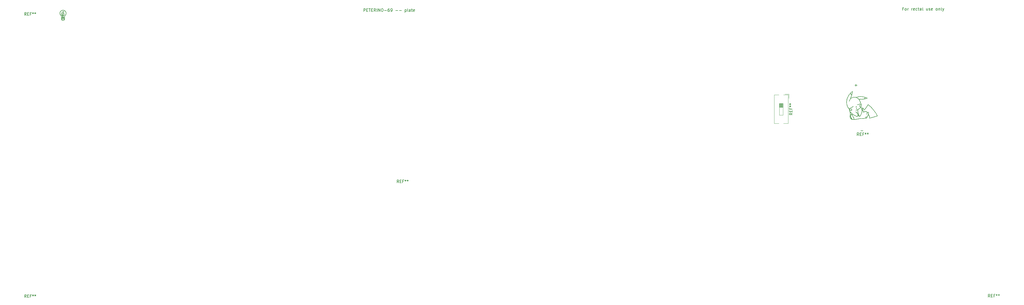
<source format=gbr>
%TF.GenerationSoftware,KiCad,Pcbnew,(5.1.7)-1*%
%TF.CreationDate,2020-10-05T00:16:44-07:00*%
%TF.ProjectId,r65,7236352e-6b69-4636-9164-5f7063625858,rev?*%
%TF.SameCoordinates,Original*%
%TF.FileFunction,Legend,Top*%
%TF.FilePolarity,Positive*%
%FSLAX46Y46*%
G04 Gerber Fmt 4.6, Leading zero omitted, Abs format (unit mm)*
G04 Created by KiCad (PCBNEW (5.1.7)-1) date 2020-10-05 00:16:44*
%MOMM*%
%LPD*%
G01*
G04 APERTURE LIST*
%ADD10C,0.200000*%
%ADD11C,0.150000*%
%ADD12C,0.120000*%
G04 APERTURE END LIST*
D10*
X485840388Y-86276576D02*
X485837725Y-86282246D01*
X485607755Y-86268969D02*
X485613564Y-86268725D01*
X485699535Y-86353831D02*
X485688098Y-86352970D01*
X485787626Y-86230975D02*
X485800407Y-86229583D01*
X485601900Y-86288187D02*
X485599841Y-86281168D01*
X485649292Y-86337953D02*
X485638044Y-86330188D01*
X485819430Y-86302871D02*
X485813342Y-86307451D01*
X485699737Y-86272879D02*
X485710874Y-86265958D01*
X485799884Y-86315984D02*
X485789113Y-86321997D01*
X485755000Y-86241896D02*
X485769205Y-86236098D01*
X485660878Y-86344576D02*
X485649292Y-86337953D01*
X485836125Y-86285034D02*
X485829872Y-86292993D01*
X485710874Y-86265958D02*
X485723049Y-86258565D01*
X485842570Y-86256345D02*
X485842906Y-86264957D01*
X485688098Y-86352970D02*
X485676509Y-86350651D01*
X485710783Y-86352915D02*
X485703297Y-86353660D01*
X485747862Y-86341566D02*
X485740418Y-86344578D01*
X485800407Y-86229583D02*
X485812162Y-86229968D01*
X485773890Y-86234568D02*
X485783101Y-86232007D01*
X485727405Y-86256042D02*
X485736335Y-86251071D01*
X485825232Y-86233963D02*
X485832705Y-86239260D01*
X485622665Y-86270623D02*
X485629793Y-86273253D01*
X485634480Y-86327295D02*
X485627636Y-86321322D01*
X485672605Y-86349377D02*
X485664790Y-86346339D01*
X485815670Y-86230689D02*
X485822205Y-86232687D01*
X485600251Y-86273947D02*
X485601928Y-86271503D01*
X485774183Y-86329541D02*
X485762870Y-86334885D01*
X485785409Y-86323918D02*
X485777944Y-86327690D01*
X485606446Y-86296544D02*
X485603218Y-86290886D01*
X485725613Y-86349596D02*
X485714506Y-86352340D01*
X485762870Y-86334885D02*
X485751595Y-86339979D01*
X485832705Y-86239260D02*
X485838470Y-86245809D01*
X485813429Y-86822865D02*
X485823192Y-86825505D01*
X485804112Y-86821818D02*
X485810260Y-86822386D01*
X485599841Y-86281168D02*
X485599687Y-86275407D01*
X485829872Y-86292993D02*
X485822322Y-86300512D01*
X485793043Y-86822555D02*
X485801131Y-86821728D01*
X485786006Y-86824406D02*
X485793043Y-86822555D01*
X485780650Y-86827476D02*
X485784068Y-86825337D01*
X485842906Y-86264957D02*
X485841450Y-86273693D01*
X485776175Y-86833028D02*
X485779169Y-86828684D01*
X485810148Y-86309672D02*
X485799884Y-86315984D01*
X485740909Y-86248622D02*
X485755000Y-86241896D01*
X485603042Y-86270520D02*
X485607755Y-86268969D01*
X485736709Y-86346002D02*
X485725613Y-86349596D01*
X485839799Y-86248328D02*
X485841849Y-86253596D01*
X485624356Y-86318241D02*
X485615667Y-86308810D01*
X485629793Y-86273253D02*
X485636773Y-86276382D01*
X485615767Y-86269038D02*
X485620318Y-86269986D01*
X485615667Y-86308810D02*
X485608356Y-86299504D01*
X487259378Y-86360060D02*
X487282642Y-86357697D01*
X487114944Y-86332603D02*
X487139099Y-86342147D01*
X487269897Y-85453592D02*
X487241565Y-85466598D01*
X483662222Y-87448627D02*
X483614579Y-87415275D01*
X483799971Y-87531591D02*
X483762532Y-87511315D01*
X487004759Y-86190577D02*
X487011655Y-86217368D01*
X486990194Y-86038376D02*
X486991234Y-86065208D01*
X483833333Y-87546953D02*
X483811405Y-87537112D01*
X487141280Y-85533067D02*
X487124476Y-85548716D01*
X483614579Y-87415275D02*
X483566077Y-87379677D01*
X487047048Y-85657732D02*
X487031738Y-85694585D01*
X483402500Y-87238961D02*
X483378792Y-87213966D01*
X486991885Y-86078294D02*
X486994595Y-86115252D01*
X487116276Y-85556921D02*
X487093164Y-85583937D01*
X483549909Y-87367230D02*
X483517953Y-87341976D01*
X483762532Y-87511315D02*
X483721935Y-87487370D01*
X487234420Y-86359959D02*
X487251169Y-86360227D01*
X487199714Y-86356471D02*
X487225880Y-86359523D01*
X487232151Y-85471466D02*
X487213415Y-85481777D01*
X487049397Y-86287498D02*
X487065942Y-86303525D01*
X486994595Y-86115252D02*
X486998112Y-86149742D01*
X486998780Y-85833390D02*
X486993805Y-85878028D01*
X487298202Y-85442105D02*
X487269897Y-85453592D01*
X487093164Y-85583937D02*
X487071742Y-85613423D01*
X483502164Y-87329170D02*
X483457080Y-87290348D01*
X487390734Y-85416371D02*
X487363337Y-85422353D01*
X487147549Y-86344807D02*
X487164695Y-86349597D01*
X487092316Y-86321503D02*
X487114944Y-86332603D01*
X487023518Y-86249050D02*
X487030990Y-86263006D01*
X483707412Y-87478214D02*
X483677555Y-87458842D01*
X487011655Y-86217368D02*
X487020112Y-86241712D01*
X487015026Y-85747354D02*
X487008483Y-85775280D01*
X487031738Y-85694585D02*
X487018651Y-85733661D01*
X487453012Y-85408877D02*
X487426611Y-85410988D01*
X483367737Y-87201663D02*
X483339971Y-87166354D01*
X487035056Y-86269624D02*
X487049397Y-86287498D01*
X487005565Y-85789514D02*
X486998780Y-85833390D01*
X487326313Y-85432535D02*
X487307595Y-85438761D01*
X487417698Y-85412119D02*
X487399759Y-85414811D01*
X485690128Y-86278721D02*
X485696404Y-86274938D01*
X485679454Y-86284431D02*
X485687185Y-86280444D01*
X486990285Y-85937841D02*
X486989532Y-85981826D01*
X487204093Y-85487220D02*
X487176632Y-85505420D01*
X487310923Y-86351380D02*
X487323511Y-86346616D01*
X485672687Y-86287168D02*
X485679454Y-86284431D01*
X485641124Y-86278641D02*
X485647304Y-86281980D01*
X487372796Y-86301893D02*
X487379867Y-86284017D01*
X487329477Y-86343910D02*
X487345287Y-86333845D01*
X485659863Y-86287502D02*
X485665069Y-86288325D01*
X487072191Y-86308291D02*
X487085378Y-86317280D01*
X486999588Y-86160382D02*
X487002912Y-86180800D01*
X486989532Y-85981826D02*
X486989806Y-86024631D01*
X487065226Y-85624087D02*
X487052879Y-85646242D01*
X487176632Y-85505420D02*
X487149885Y-85525622D01*
X483457080Y-87290348D02*
X483415154Y-87251652D01*
X486992690Y-85893017D02*
X486990930Y-85922924D01*
X487363337Y-85422353D02*
X487335637Y-85429654D01*
X485654683Y-86285732D02*
X485659863Y-86287502D01*
X485666886Y-86288237D02*
X485670695Y-86287658D01*
X487345287Y-86333845D02*
X487358953Y-86321826D01*
X485649208Y-86283007D02*
X485652898Y-86284883D01*
X487362781Y-86317168D02*
X487369702Y-86307202D01*
X487173389Y-86351726D02*
X487199714Y-86356471D01*
X487282642Y-86357697D02*
X487304302Y-86353439D01*
X486675796Y-85433500D02*
X486717045Y-85404250D01*
X483318835Y-86959239D02*
X483326953Y-86946495D01*
X486632811Y-85460157D02*
X486675796Y-85433500D01*
X486153839Y-85562546D02*
X486214364Y-85562078D01*
X484081078Y-87109483D02*
X484102427Y-87135048D01*
X483292697Y-87030877D02*
X483295299Y-87015277D01*
X486234085Y-85561244D02*
X486273065Y-85558885D01*
X486523617Y-85509075D02*
X486571938Y-85490384D01*
X486348666Y-85550648D02*
X486403530Y-85541728D01*
X484052901Y-87549559D02*
X484024323Y-87558038D01*
X483572777Y-86838166D02*
X483611845Y-86842141D01*
X483536381Y-86837743D02*
X483560401Y-86837739D01*
X483404657Y-86871803D02*
X483427256Y-86860016D01*
X483331232Y-86940265D02*
X483345306Y-86922435D01*
X486292323Y-85557361D02*
X486348666Y-85550648D01*
X483384222Y-86885135D02*
X483404657Y-86871803D01*
X484144051Y-87504629D02*
X484118695Y-87521427D01*
X483299545Y-87092222D02*
X483293504Y-87064665D01*
X483666649Y-86852086D02*
X483695103Y-86859436D01*
X486805118Y-85323795D02*
X486840027Y-85285080D01*
X483462201Y-86847882D02*
X483492217Y-86841885D01*
X484185206Y-87462498D02*
X484173400Y-87478017D01*
X484208758Y-87397106D02*
X484201916Y-87426983D01*
X484188882Y-87278871D02*
X484200893Y-87316479D01*
X483955992Y-86992698D02*
X483983000Y-87014160D01*
X486851182Y-85271456D02*
X486873025Y-85243511D01*
X484109609Y-87526240D02*
X484091070Y-87535148D01*
X484166857Y-87485327D02*
X484144051Y-87504629D01*
X486473568Y-85525185D02*
X486523617Y-85509075D01*
X484209239Y-87364114D02*
X484209452Y-87386344D01*
X486730232Y-85393661D02*
X486756068Y-85371677D01*
X483435575Y-86856660D02*
X483453047Y-86850593D01*
X484140191Y-87187323D02*
X484164334Y-87226843D01*
X484112645Y-87147985D02*
X484140191Y-87187323D01*
X483366290Y-86900234D02*
X483378059Y-86890037D01*
X483709503Y-86863592D02*
X483753364Y-86878950D01*
X486421307Y-85537992D02*
X486456326Y-85529720D01*
X484171147Y-87239957D02*
X484183421Y-87265971D01*
X483812345Y-86904197D02*
X483841771Y-86919145D01*
X483345306Y-86922435D02*
X483360685Y-86905529D01*
X483339971Y-87166354D02*
X483317847Y-87132880D01*
X483305073Y-86986214D02*
X483314996Y-86965753D01*
X483492217Y-86841885D02*
X483524739Y-86838173D01*
X486768717Y-85360283D02*
X486805118Y-85323795D01*
X483873018Y-87560837D02*
X483843828Y-87551272D01*
X483900447Y-87567251D02*
X483873018Y-87560837D01*
X484014980Y-87560283D02*
X483996559Y-87564198D01*
X486883713Y-85229190D02*
X486914404Y-85184175D01*
X483926529Y-87569937D02*
X483909195Y-87568428D01*
X483753364Y-86878950D02*
X483797584Y-86897179D01*
X483961031Y-87569060D02*
X483935116Y-87570268D01*
X483856435Y-86927074D02*
X483899791Y-86953461D01*
X483611845Y-86842141D02*
X483652596Y-86848891D01*
X483293504Y-87064665D02*
X483291924Y-87038913D01*
X483899791Y-86953461D02*
X483942237Y-86982312D01*
X483987481Y-87565867D02*
X483961031Y-87569060D01*
X484200893Y-87316479D02*
X484208333Y-87352647D01*
X484081618Y-87539242D02*
X484052901Y-87549559D01*
X484201916Y-87426983D02*
X484190470Y-87454288D01*
X484034158Y-87060267D02*
X484069946Y-87096856D01*
X483297127Y-87007713D02*
X483305073Y-86986214D01*
X486587454Y-85483273D02*
X486617891Y-85468159D01*
X483312366Y-87122381D02*
X483303215Y-87102052D01*
X483996252Y-87025236D02*
X484034158Y-87060267D01*
X484065757Y-90258340D02*
X484097773Y-90315967D01*
X483951275Y-86512160D02*
X483988615Y-86511158D01*
X484865969Y-90666289D02*
X484848717Y-90687002D01*
X484325457Y-89218289D02*
X484361908Y-89262903D01*
X484915439Y-90448430D02*
X484915807Y-90506128D01*
X484159380Y-89050398D02*
X484189920Y-89076098D01*
X484337584Y-90619016D02*
X484366302Y-90641362D01*
X484026812Y-88977839D02*
X484051113Y-88985787D01*
X484210628Y-90485301D02*
X484230503Y-90510040D01*
X484063513Y-88990622D02*
X484102811Y-89011303D01*
X484611850Y-86146690D02*
X484646968Y-86094665D01*
X484436437Y-89361600D02*
X484492661Y-89441590D01*
X484511258Y-89469540D02*
X484548070Y-89526396D01*
X484575359Y-86195392D02*
X484599803Y-86163205D01*
X484380361Y-89286237D02*
X484436437Y-89361600D01*
X484524697Y-86255474D02*
X484562963Y-86211065D01*
X484485317Y-86297190D02*
X484524697Y-86255474D01*
X483956928Y-90032340D02*
X483989678Y-90105948D01*
X484619100Y-89643911D02*
X484669599Y-89733658D01*
X484007109Y-86510233D02*
X484061505Y-86504830D01*
X484444380Y-86335142D02*
X484471806Y-86310166D01*
X484297065Y-86435388D02*
X484327941Y-86418754D01*
X484387460Y-86380092D02*
X484430466Y-86347143D01*
X484874221Y-90219050D02*
X484893711Y-90294107D01*
X483910269Y-88968103D02*
X483933785Y-88967434D01*
X483825948Y-89681221D02*
X483853437Y-89764787D01*
X484343154Y-86409894D02*
X484387460Y-86380092D01*
X484132151Y-86493073D02*
X484166488Y-86484810D01*
X484366302Y-90641362D02*
X484394893Y-90661368D01*
X484170319Y-90430321D02*
X484200640Y-90472407D01*
X484233081Y-86463255D02*
X484281403Y-86443162D01*
X484183453Y-86480189D02*
X484233081Y-86463255D01*
X483874860Y-86509965D02*
X483932430Y-86512236D01*
X484685514Y-89763716D02*
X484716272Y-89823702D01*
X484000623Y-90129261D02*
X484022466Y-90174557D01*
X484139599Y-90384627D02*
X484170319Y-90430321D01*
X484240391Y-90521885D02*
X484269803Y-90554503D01*
X484892612Y-90616751D02*
X484873812Y-90655122D01*
X484772031Y-89942271D02*
X484809074Y-90029219D01*
X484108303Y-90333798D02*
X484129217Y-90368128D01*
X483893032Y-89875063D02*
X483913901Y-89928883D01*
X484255404Y-89139998D02*
X484307459Y-89197009D01*
X484839308Y-90696549D02*
X484806399Y-90720346D01*
X484914322Y-90523777D02*
X484909747Y-90557464D01*
X484308674Y-90593443D02*
X484327965Y-90610769D01*
X484269803Y-90554503D02*
X484299002Y-90584364D01*
X484906658Y-90573503D02*
X484892612Y-90616751D01*
X483853437Y-89764787D02*
X483882767Y-89847808D01*
X484850114Y-90140362D02*
X484874221Y-90219050D01*
X484731115Y-89853630D02*
X484772031Y-89942271D01*
X484820055Y-90057467D02*
X484840575Y-90113038D01*
X484566284Y-89555303D02*
X484619100Y-89643911D01*
X484102811Y-89011303D02*
X484144566Y-89038803D01*
X484432774Y-90683469D02*
X484461012Y-90696662D01*
X483861546Y-88971388D02*
X483898378Y-88968689D01*
X484061505Y-86504830D02*
X484114780Y-86496715D01*
X484910244Y-90386085D02*
X484915439Y-90448430D01*
X484898640Y-90317812D02*
X484906906Y-90363800D01*
X484205646Y-89090203D02*
X484255404Y-89139998D01*
X483980027Y-88969448D02*
X484014910Y-88974725D01*
X484033364Y-90196541D02*
X484065757Y-90258340D01*
X484404382Y-90667271D02*
X484423323Y-90678322D01*
X483924505Y-89955448D02*
X483956928Y-90032340D01*
X483945411Y-88967351D02*
X483980027Y-88969448D01*
X486755308Y-90410395D02*
X486874833Y-90383144D01*
X483742108Y-89250897D02*
X483745540Y-89316593D01*
X483922570Y-88941967D02*
X483952159Y-88930816D01*
X484191046Y-88889110D02*
X484216230Y-88888086D01*
X488264661Y-90344797D02*
X488387602Y-90324266D01*
X483774684Y-89490516D02*
X483794071Y-89570784D01*
X483750710Y-89136192D02*
X483745213Y-89171525D01*
X483867086Y-88968148D02*
X483884942Y-88958764D01*
X487243254Y-90326469D02*
X487302074Y-90323916D01*
X485162216Y-90703632D02*
X485330590Y-90687345D01*
X483758811Y-89412934D02*
X483774684Y-89490516D01*
X483790026Y-89035276D02*
X483769721Y-89074577D01*
X488702204Y-90250057D02*
X488851042Y-90204818D01*
X483742366Y-89074227D02*
X483760849Y-89052178D01*
X483861546Y-88971388D02*
X483826767Y-88994004D01*
X485388129Y-90680484D02*
X485503909Y-90665492D01*
X484267773Y-88887507D02*
X484307297Y-88888157D01*
X483692370Y-89158399D02*
X483705719Y-89131639D01*
X484228941Y-88887722D02*
X484267773Y-88887507D01*
X483680677Y-89186668D02*
X483688335Y-89167698D01*
X484141894Y-88892669D02*
X484178574Y-88889771D01*
X484105973Y-88896501D02*
X484141894Y-88892669D01*
X487813605Y-90360982D02*
X487875803Y-90364335D01*
X485562149Y-90657360D02*
X485736821Y-90629708D01*
X484026215Y-88910346D02*
X484059670Y-88903547D01*
X487695192Y-90350650D02*
X487783183Y-90358837D01*
X483760849Y-89052178D02*
X483780648Y-89031350D01*
X483833385Y-88988930D02*
X483858354Y-88973039D01*
X487119112Y-90339054D02*
X487213303Y-90328466D01*
X483993659Y-88918191D02*
X484026215Y-88910346D01*
X483667402Y-89226469D02*
X483677053Y-89196340D01*
X488007663Y-90365405D02*
X488112935Y-90360903D01*
X487609748Y-90341647D02*
X487695192Y-90350650D01*
X486489913Y-90473753D02*
X486582843Y-90451498D01*
X487019753Y-90354238D02*
X487119112Y-90339054D01*
X487330944Y-90323359D02*
X487415430Y-90325456D01*
X483809675Y-89006049D02*
X483833385Y-88988930D01*
X483725621Y-89097880D02*
X483736641Y-89081980D01*
X486912192Y-90375239D02*
X486984652Y-90360786D01*
X488851042Y-90204818D02*
X489006470Y-90153228D01*
X486290981Y-90519973D02*
X486442110Y-90485138D01*
X488562122Y-90286876D02*
X488654784Y-90263026D01*
X488149881Y-90357773D02*
X488225743Y-90349720D01*
X487526329Y-90333204D02*
X487581859Y-90338689D01*
X487415430Y-90325456D02*
X487498688Y-90330676D01*
X486132682Y-90554791D02*
X486290981Y-90519973D01*
X485966340Y-90588419D02*
X486077790Y-90566166D01*
X488387602Y-90324266D02*
X488516880Y-90297758D01*
X487907581Y-90365541D02*
X488007663Y-90365405D01*
X483769721Y-89074577D02*
X483754255Y-89119417D01*
X483787687Y-89024818D02*
X483802200Y-89012168D01*
X484999728Y-90715300D02*
X485162216Y-90703632D01*
X485736821Y-90629708D02*
X485909782Y-90599297D01*
X484071109Y-88901620D02*
X484094260Y-88898098D01*
X483705719Y-89131639D02*
X483720327Y-89106028D01*
X483801589Y-89598209D02*
X483817528Y-89653427D01*
X483816778Y-89003394D02*
X483798407Y-89024031D01*
X483743262Y-89190083D02*
X483742108Y-89250897D01*
X486627969Y-90440628D02*
X486755308Y-90410395D01*
X483894067Y-88954271D02*
X483922570Y-88941967D01*
X483748163Y-89340011D02*
X483754798Y-89388181D01*
X483962369Y-88927476D02*
X483983119Y-88921164D01*
X483438519Y-87662415D02*
X483456397Y-87723136D01*
X483339971Y-87166354D02*
X483344217Y-87214293D01*
X486757248Y-86914714D02*
X486601432Y-87020218D01*
X486549892Y-87052526D02*
X486448255Y-87114257D01*
X483637217Y-88336705D02*
X483643926Y-88386607D01*
X483593300Y-88147312D02*
X483601735Y-88176083D01*
X486398159Y-87143680D02*
X486254712Y-87223265D01*
X485737059Y-87462672D02*
X485687682Y-87478707D01*
X483518240Y-87918160D02*
X483536290Y-87972434D01*
X484068182Y-90536352D02*
X484129392Y-90579973D01*
X483689777Y-90067324D02*
X483730217Y-90140912D01*
X484847679Y-90720347D02*
X484948038Y-90717556D01*
X483656056Y-88521254D02*
X483659742Y-88589864D01*
X484663368Y-90717139D02*
X484799008Y-90720882D01*
X484010893Y-90488810D02*
X484068182Y-90536352D01*
X483668070Y-89109531D02*
X483667402Y-89226469D01*
X485664989Y-87485329D02*
X485608893Y-87496861D01*
X484538781Y-90707975D02*
X484663368Y-90717139D01*
X483387156Y-87463812D02*
X483401102Y-87522246D01*
X484429390Y-90691585D02*
X484501063Y-90703107D01*
X484304148Y-90659764D02*
X484395434Y-90684930D01*
X484222467Y-90629587D02*
X484304148Y-90659764D01*
X484151521Y-90593124D02*
X484198059Y-90617931D01*
X483888006Y-90360251D02*
X483939433Y-90418203D01*
X483837821Y-90299116D02*
X483888006Y-90360251D01*
X483789748Y-90233824D02*
X483821573Y-90277697D01*
X483592198Y-89702365D02*
X483597577Y-89763290D01*
X483625107Y-89371374D02*
X483610380Y-89441086D01*
X483605754Y-88190309D02*
X483616630Y-88232836D01*
X483499744Y-87861819D02*
X483518240Y-87918160D01*
X483665727Y-88775079D02*
X483667102Y-88867411D01*
X485959264Y-87371461D02*
X485855667Y-87416598D01*
X483667102Y-88867411D02*
X483667955Y-88965897D01*
X483374938Y-87407075D02*
X483382934Y-87444744D01*
X483659742Y-88589864D02*
X483662805Y-88664158D01*
X483481023Y-87803252D02*
X483493500Y-87842446D01*
X483542092Y-87989764D02*
X483553413Y-88023631D01*
X483456397Y-87723136D02*
X483474790Y-87783433D01*
X483346107Y-87230809D02*
X483350361Y-87264376D01*
X483401102Y-87522246D02*
X483416248Y-87581727D01*
X487057206Y-86675912D02*
X486960935Y-86760014D01*
X485855667Y-87416598D02*
X485763742Y-87453260D01*
X486254712Y-87223265D02*
X486119599Y-87294175D01*
X483651470Y-88459748D02*
X483654607Y-88500197D01*
X483574464Y-88087485D02*
X483588884Y-88132766D01*
X483558931Y-88040168D02*
X483574464Y-88087485D01*
X483629247Y-88290751D02*
X483634672Y-88321134D01*
X483730217Y-90140912D02*
X483774170Y-90211372D01*
X483643926Y-88386607D02*
X483649781Y-88440356D01*
X483956998Y-90436430D02*
X483992728Y-90471733D01*
X483655344Y-89989509D02*
X483677723Y-90041742D01*
X483663628Y-88690883D02*
X483665089Y-88746343D01*
X486077745Y-87314929D02*
X485997578Y-87353572D01*
X483620011Y-89879664D02*
X483645019Y-89962859D01*
X483601470Y-89793204D02*
X483620011Y-89879664D01*
X483604299Y-89475394D02*
X483593714Y-89575022D01*
X483361240Y-87334171D02*
X483371165Y-87388472D01*
X483352725Y-87281428D02*
X483361240Y-87334171D01*
X483593714Y-89575022D02*
X483590711Y-89671353D01*
X483421661Y-87601826D02*
X483432797Y-87642170D01*
X486911268Y-86800755D02*
X486757248Y-86914714D01*
X483616630Y-88232836D02*
X483626365Y-88275939D01*
X483667402Y-89226469D02*
X483633754Y-89335970D01*
X483668068Y-89000780D02*
X483668126Y-89072597D01*
X488265564Y-82843589D02*
X488423765Y-82882033D01*
X487478861Y-85493042D02*
X487510194Y-85633836D01*
X487951029Y-82783770D02*
X488149754Y-82818725D01*
X488149754Y-82818725D02*
X488186646Y-82826028D01*
X486569581Y-83620010D02*
X486654829Y-83708331D01*
X488792049Y-83511732D02*
X488967183Y-83467763D01*
X488024024Y-83640576D02*
X488143170Y-83627448D01*
X486240929Y-83349513D02*
X486347139Y-83426571D01*
X486415884Y-82828185D02*
X486613817Y-82789821D01*
X486613817Y-82789821D02*
X486642159Y-82784938D01*
X487483760Y-82735535D02*
X487638843Y-82745448D01*
X487520062Y-85836813D02*
X487495673Y-85993246D01*
X487120007Y-84716905D02*
X487126981Y-84753285D01*
X487118608Y-84688274D02*
X487119107Y-84706626D01*
X486960156Y-84170186D02*
X487006941Y-84279170D01*
X487123851Y-84663425D02*
X487119010Y-84680202D01*
X486681350Y-83738789D02*
X486732471Y-83800737D01*
X486906625Y-84064825D02*
X486942893Y-84134753D01*
X486717938Y-82773765D02*
X486869867Y-82754811D01*
X487144085Y-84809213D02*
X487156874Y-84840158D01*
X489373373Y-83348559D02*
X489546296Y-83289629D01*
X489062099Y-83086460D02*
X489222982Y-83149459D01*
X487061321Y-84428780D02*
X487084658Y-84505656D01*
X487495673Y-85993246D02*
X487448396Y-86149248D01*
X487389862Y-85252343D02*
X487422028Y-85325198D01*
X487236962Y-84983643D02*
X487263929Y-85026919D01*
X487164150Y-84856175D02*
X487191466Y-84907623D01*
X489303580Y-83182392D02*
X489493123Y-83265453D01*
X489493123Y-83265453D02*
X489546296Y-83289629D01*
X488967183Y-83467763D02*
X489141739Y-83419887D01*
X487784579Y-83659041D02*
X487964334Y-83646356D01*
X487175624Y-82734286D02*
X487377506Y-82732069D01*
X487377506Y-82732069D02*
X487406422Y-82732442D01*
X487006941Y-84279170D02*
X487048896Y-84390749D01*
X488503046Y-82902916D02*
X488697061Y-82960836D01*
X488697061Y-82960836D02*
X488741929Y-82975071D01*
X485966705Y-82945526D02*
X486115885Y-82901414D01*
X488202628Y-83620100D02*
X488380312Y-83593396D01*
X486813500Y-83642886D02*
X486935970Y-83652251D01*
X486825148Y-83929773D02*
X486887619Y-84030330D01*
X487604151Y-83667176D02*
X487784579Y-83659041D01*
X487422862Y-83669485D02*
X487543791Y-83668415D01*
X487095569Y-84544500D02*
X487123851Y-84663425D01*
X486757071Y-83832228D02*
X486825148Y-83929773D01*
X486478789Y-83534669D02*
X486569581Y-83620010D01*
X486012995Y-83203731D02*
X486091485Y-83250975D01*
X486946016Y-82747029D02*
X487146858Y-82735286D01*
X487146858Y-82735286D02*
X487175624Y-82734286D01*
X486190636Y-82880831D02*
X486387672Y-82834256D01*
X486387672Y-82834256D02*
X486415884Y-82828185D01*
X488741929Y-82975071D02*
X488936760Y-83040459D01*
X488936760Y-83040459D02*
X488981814Y-83056395D01*
X488616109Y-83550241D02*
X488733472Y-83525040D01*
X488380312Y-83593396D02*
X488557323Y-83562136D01*
X487230380Y-86495236D02*
X487103811Y-86632553D01*
X485848702Y-83113171D02*
X485973010Y-83180507D01*
X487340722Y-86351388D02*
X487230380Y-86495236D01*
X487191466Y-84907623D02*
X487224261Y-84963268D01*
X487425038Y-86200480D02*
X487371201Y-86301550D01*
X487278194Y-85049819D02*
X487324633Y-85128298D01*
X485669935Y-83048305D02*
X485864431Y-82978489D01*
X485864431Y-82978489D02*
X485892276Y-82969055D01*
X487126981Y-84753285D02*
X487138571Y-84794284D01*
X487324633Y-85128298D02*
X487373398Y-85218159D01*
X487515862Y-85683741D02*
X487520796Y-85785229D01*
X487437731Y-85363869D02*
X487478861Y-85493042D01*
X489199738Y-83402666D02*
X489315555Y-83367003D01*
X486997115Y-83656324D02*
X487179992Y-83664768D01*
X486567668Y-83618126D02*
X486752174Y-83637593D01*
X486380908Y-83453136D02*
X486446733Y-83507184D01*
X487716588Y-82752270D02*
X487921659Y-82779239D01*
X487921659Y-82779239D02*
X487951029Y-82783770D01*
X486129991Y-83274995D02*
X486240929Y-83349513D01*
X487179992Y-83664768D02*
X487362294Y-83669315D01*
X483997261Y-82787677D02*
X483952504Y-82923618D01*
X482406885Y-84857214D02*
X482420875Y-85063563D01*
X482420875Y-85063563D02*
X482429150Y-85144156D01*
X484179856Y-81130449D02*
X484051888Y-81240270D01*
X482860990Y-86450759D02*
X482964887Y-86628864D01*
X482964887Y-86628864D02*
X483022623Y-86721685D01*
X484090228Y-83216139D02*
X484220473Y-83156980D01*
X484144206Y-82287052D02*
X484088703Y-82485506D01*
X484088703Y-82485506D02*
X484082857Y-82505767D01*
X482427222Y-84281801D02*
X482409938Y-84473472D01*
X483782267Y-83382071D02*
X483914930Y-83306288D01*
X483604332Y-83785993D02*
X483522601Y-83952564D01*
X484082857Y-82505767D02*
X484025304Y-82698980D01*
X484025304Y-82698980D02*
X484019243Y-82718692D01*
X484445060Y-80927946D02*
X484407863Y-81126276D01*
X484407863Y-81126276D02*
X484397258Y-81181321D01*
X482913628Y-82725792D02*
X482824901Y-82911262D01*
X482824901Y-82911262D02*
X482791748Y-82984915D01*
X482404360Y-84569448D02*
X482404192Y-84776343D01*
X482404192Y-84776343D02*
X482406885Y-84857214D01*
X483570826Y-81735027D02*
X483458795Y-81872671D01*
X485733512Y-83068839D02*
X485848702Y-83113171D01*
X485460590Y-82993882D02*
X485578283Y-83021009D01*
X485060609Y-82956186D02*
X485182053Y-82957529D01*
X484938142Y-82961876D02*
X485060609Y-82956186D01*
X484814283Y-82977137D02*
X484896972Y-82966162D01*
X484520576Y-83045069D02*
X484647173Y-83010989D01*
X483805429Y-81477195D02*
X483666250Y-81625324D01*
X483666250Y-81625324D02*
X483627938Y-81667947D01*
X484220473Y-83156980D02*
X484349862Y-83103704D01*
X483958888Y-83282831D02*
X484046537Y-83237757D01*
X483760840Y-83435059D02*
X483709868Y-83555100D01*
X483929729Y-82990574D02*
X483861263Y-83179344D01*
X483861263Y-83179344D02*
X483859018Y-83185340D01*
X484276801Y-81749714D02*
X484230440Y-81948075D01*
X484230440Y-81948075D02*
X484221703Y-81984421D01*
X482560083Y-83618840D02*
X482509066Y-83821307D01*
X482509066Y-83821307D02*
X482491351Y-83900995D01*
X482725296Y-86176187D02*
X482813577Y-86359535D01*
X483246236Y-82165234D02*
X483133019Y-82338360D01*
X483133019Y-82338360D02*
X483096273Y-82397313D01*
X484202676Y-82060967D02*
X484163927Y-82212282D01*
X482443255Y-85239346D02*
X482478195Y-85429098D01*
X484445060Y-80927946D02*
X484281906Y-81048482D01*
X484281906Y-81048482D02*
X484244773Y-81077259D01*
X484380740Y-81264284D02*
X484347106Y-81428685D01*
X482491351Y-83900995D02*
X482451979Y-84105662D01*
X482451979Y-84105662D02*
X482438928Y-84186106D01*
X482791748Y-82984915D02*
X482711183Y-83175752D01*
X482711183Y-83175752D02*
X482681334Y-83251412D01*
X483049060Y-82477918D02*
X482957737Y-82642158D01*
X485342013Y-82972831D02*
X485460590Y-82993882D01*
X483022623Y-86721685D02*
X483133415Y-86889616D01*
X483133415Y-86889616D02*
X483203486Y-86989859D01*
X485617229Y-83032014D02*
X485694843Y-83055929D01*
X483494694Y-84006393D02*
X483438239Y-84112404D01*
X484329991Y-81510123D02*
X484285236Y-81712596D01*
X484285236Y-81712596D02*
X484276801Y-81749714D01*
X482648705Y-83342397D02*
X482588080Y-83526112D01*
X484392696Y-83087978D02*
X484478053Y-83058661D01*
X483859018Y-83185340D02*
X483785958Y-83374097D01*
X482581705Y-85805090D02*
X482650180Y-85997154D01*
X482650180Y-85997154D02*
X482684428Y-86084062D01*
X483403875Y-81943234D02*
X483284943Y-82108781D01*
X483284943Y-82108781D02*
X483246236Y-82165234D01*
X482499029Y-85523660D02*
X482553710Y-85717400D01*
X482553710Y-85717400D02*
X482581705Y-85805090D01*
X483684013Y-83614178D02*
X483604332Y-83785993D01*
X485222202Y-82960259D02*
X485302182Y-82967910D01*
X484647173Y-83010989D02*
X484772763Y-82983825D01*
X483409689Y-84164587D02*
X483322147Y-84316292D01*
X483988839Y-81296900D02*
X483845049Y-81436863D01*
X483845049Y-81436863D02*
X483805429Y-81477195D01*
X487612045Y-86963449D02*
X487568128Y-86849315D01*
X489128994Y-89804740D02*
X489119021Y-89865550D01*
X489110452Y-89941004D02*
X489107617Y-89993094D01*
X487705295Y-88038639D02*
X487726665Y-87923821D01*
X488234424Y-88214316D02*
X488329036Y-88133005D01*
X489484216Y-88575066D02*
X489449809Y-88652052D01*
X489972381Y-88278502D02*
X489956391Y-88219021D01*
X489495617Y-89876158D02*
X489550930Y-89769587D01*
X489552072Y-88439799D02*
X489501327Y-88538439D01*
X489602173Y-88352453D02*
X489552072Y-88439799D01*
X487441573Y-86569874D02*
X487378628Y-86445148D01*
X487748141Y-87671910D02*
X487746842Y-87567527D01*
X489760810Y-88164748D02*
X489714792Y-88205901D01*
X489925072Y-88161426D02*
X489905083Y-88143474D01*
X489116482Y-89884896D02*
X489112198Y-89922623D01*
X489248878Y-90210883D02*
X489282518Y-90184931D01*
X489146500Y-90204192D02*
X489164289Y-90220441D01*
X489218683Y-90226758D02*
X489248878Y-90210883D01*
X489181684Y-89579768D02*
X489162393Y-89651212D01*
X489378685Y-90068306D02*
X489426267Y-89996164D01*
X487643791Y-88283491D02*
X487667392Y-88199106D01*
X489550930Y-89769587D02*
X489607563Y-89653263D01*
X487499864Y-86691923D02*
X487441573Y-86569874D01*
X487743799Y-87777775D02*
X487748141Y-87671910D01*
X487715999Y-87325070D02*
X487692661Y-87219481D01*
X489118672Y-90137534D02*
X489128323Y-90170517D01*
X489141310Y-89741219D02*
X489128994Y-89804740D01*
X487733932Y-87429410D02*
X487715999Y-87325070D01*
X488452732Y-88041348D02*
X488543600Y-87985600D01*
X487683109Y-87183729D02*
X487662269Y-87111539D01*
X488360167Y-88108677D02*
X488422015Y-88062848D01*
X489855227Y-89018718D02*
X489895372Y-88881717D01*
X489804467Y-88139512D02*
X489775599Y-88154992D01*
X489961647Y-88587412D02*
X489974634Y-88479881D01*
X489683576Y-89482222D02*
X489738884Y-89345721D01*
X489979311Y-88355019D02*
X489975490Y-88302624D01*
X489738884Y-89345721D02*
X489791823Y-89206102D01*
X489974634Y-88479881D02*
X489980024Y-88383293D01*
X489107617Y-89993094D02*
X489107210Y-90041957D01*
X487551860Y-86810409D02*
X487517728Y-86731713D01*
X487744539Y-87532999D02*
X487738085Y-87463940D01*
X489132416Y-90179861D02*
X489141505Y-90196699D01*
X489714792Y-88205901D02*
X489667416Y-88258796D01*
X487678271Y-88157789D02*
X487705295Y-88038639D01*
X489432514Y-88692410D02*
X489380088Y-88824651D01*
X489651253Y-88280298D02*
X489618632Y-88327126D01*
X489443165Y-89968098D02*
X489477840Y-89908095D01*
X489858065Y-88128950D02*
X489818546Y-88133788D01*
X489894303Y-88136656D02*
X489858065Y-88128950D01*
X489808389Y-89159110D02*
X489840091Y-89065418D01*
X489895372Y-88881717D02*
X489929564Y-88749529D01*
X489294908Y-90172695D02*
X489320876Y-90144413D01*
X489956391Y-88219021D02*
X489934281Y-88172561D01*
X489938774Y-88707617D02*
X489954815Y-88626558D01*
X489626637Y-89611635D02*
X489664644Y-89526115D01*
X489334453Y-90128366D02*
X489378685Y-90068306D01*
X489192875Y-90230476D02*
X489209728Y-90228932D01*
X489164289Y-90220441D02*
X489184976Y-90229845D01*
X487650983Y-87075101D02*
X487612045Y-86963449D01*
X489111599Y-90100021D02*
X489118672Y-90137534D01*
X489156735Y-89674153D02*
X489146194Y-89719156D01*
X487731895Y-87886809D02*
X487740462Y-87813786D01*
X489107892Y-90057100D02*
X489110087Y-90086132D01*
X485634670Y-88055301D02*
X485574398Y-88008181D01*
X486674582Y-89413903D02*
X486678758Y-89440424D01*
X486308391Y-88164187D02*
X486324365Y-88245072D01*
X486623238Y-89184810D02*
X486637923Y-89239987D01*
X486013066Y-88428324D02*
X485972180Y-88378033D01*
X486098533Y-88549424D02*
X486063516Y-88496774D01*
X486288889Y-87485726D02*
X486281043Y-87550862D01*
X486363511Y-87200822D02*
X486351190Y-87230275D01*
X486282757Y-87975496D02*
X486291712Y-88056065D01*
X487587475Y-88461309D02*
X487631068Y-88326557D01*
X487538554Y-88601764D02*
X487587475Y-88461309D01*
X487482706Y-88749973D02*
X487520505Y-88650517D01*
X486900528Y-89606577D02*
X487005285Y-89411673D01*
X486279027Y-87573543D02*
X486275624Y-87619801D01*
X486588121Y-89066894D02*
X486600778Y-89107390D01*
X486512840Y-88849343D02*
X486529224Y-88894719D01*
X485748185Y-88150355D02*
X485711528Y-88118530D01*
X487398718Y-88958647D02*
X487462955Y-88800677D01*
X485817902Y-88214466D02*
X485766156Y-88166311D01*
X486394054Y-88508551D02*
X486418654Y-88584852D01*
X486814478Y-89460310D02*
X486900528Y-89606577D01*
X486345290Y-87245554D02*
X486329161Y-87294706D01*
X486051231Y-88479531D02*
X486026005Y-88445306D01*
X486427140Y-88609840D02*
X486444262Y-88659340D01*
X485914107Y-88311897D02*
X485883256Y-88279211D01*
X486274236Y-87643377D02*
X486272057Y-87716521D01*
X486276158Y-87895716D02*
X486282757Y-87975496D01*
X487329576Y-89122447D02*
X487398718Y-88958647D01*
X486349249Y-88351997D02*
X486363301Y-88404774D01*
X487254011Y-89293954D02*
X487304918Y-89178978D01*
X487144290Y-89533444D02*
X487227763Y-89352400D01*
X487005285Y-89411673D02*
X487144290Y-89533444D01*
X486689975Y-89555928D02*
X486689663Y-89577974D01*
X486688776Y-89529535D02*
X486689703Y-89547492D01*
X486680626Y-89453165D02*
X486684978Y-89488201D01*
X486663950Y-89355768D02*
X486672275Y-89400123D01*
X486329161Y-87294706D02*
X486314621Y-87347161D01*
X486452897Y-88683852D02*
X486478839Y-88755889D01*
X486298479Y-87423626D02*
X486288889Y-87485726D01*
X486272625Y-87817544D02*
X486274731Y-87869492D01*
X486642252Y-89257555D02*
X486650366Y-89291812D01*
X486370623Y-88431003D02*
X486394054Y-88508551D01*
X486606826Y-89127296D02*
X486623238Y-89184810D01*
X486684978Y-89488201D02*
X486688121Y-89520013D01*
X486201985Y-88734687D02*
X486173083Y-88677105D01*
X486390745Y-87147438D02*
X486369931Y-87186648D01*
X486654150Y-89308500D02*
X486663950Y-89355768D01*
X486537257Y-88917130D02*
X486560104Y-88982625D01*
X486310311Y-87365740D02*
X486302240Y-87403972D01*
X486272057Y-87716521D02*
X486271946Y-87791819D01*
X485692843Y-88102661D02*
X485634670Y-88055301D01*
X486131821Y-88603112D02*
X486098533Y-88549424D01*
X486163011Y-88658390D02*
X486142380Y-88621394D01*
X486686345Y-89606577D02*
X486814478Y-89460310D01*
X486689663Y-89577974D02*
X486688230Y-89596762D01*
X486560104Y-88982625D02*
X486581512Y-89046304D01*
X486478839Y-88755889D02*
X486504490Y-88826378D01*
X486295490Y-88083079D02*
X486303829Y-88137140D01*
X485867466Y-88262936D02*
X485817902Y-88214466D01*
X486229688Y-88793802D02*
X486201985Y-88734687D01*
X485972180Y-88378033D02*
X485929167Y-88328308D01*
X486324365Y-88245072D02*
X486342519Y-88325448D01*
X484394002Y-88794319D02*
X484480000Y-88855626D01*
X484313204Y-88733912D02*
X484394002Y-88794319D01*
X483849000Y-88253782D02*
X483879214Y-88300792D01*
X485965421Y-89652298D02*
X485984632Y-89666461D01*
X485781460Y-89559294D02*
X485790656Y-89560161D01*
X486032169Y-89703106D02*
X486079960Y-89505424D01*
X485890253Y-89601652D02*
X485906357Y-89611691D01*
X484149995Y-88598038D02*
X484215684Y-88655341D01*
X483801700Y-88164151D02*
X483815309Y-88193302D01*
X485804005Y-89562762D02*
X485814861Y-89565832D01*
X485088766Y-89220047D02*
X485215676Y-89286668D01*
X488777130Y-83169249D02*
X488771360Y-83200607D01*
X483890633Y-88316905D02*
X483914854Y-88349580D01*
X488458833Y-83524990D02*
X488421637Y-83542739D01*
X485793901Y-89560689D02*
X485800576Y-89561990D01*
X488742349Y-83277149D02*
X488723546Y-83310413D01*
X488768453Y-83211352D02*
X488761582Y-83233043D01*
X485842792Y-89576450D02*
X485856137Y-89582825D01*
X488613830Y-83428550D02*
X488587032Y-83448819D01*
X484706925Y-89002655D02*
X484813883Y-89066969D01*
X488660780Y-83386668D02*
X488626566Y-83418273D01*
X486255973Y-88855105D02*
X486238558Y-88814048D01*
X486289282Y-88940105D02*
X486264519Y-88875917D01*
X486079960Y-89505424D02*
X486243677Y-89545004D01*
X484851248Y-89088617D02*
X484927657Y-89132111D01*
X484089138Y-88541898D02*
X484149995Y-88598038D01*
X483927656Y-88366140D02*
X483970330Y-88417160D01*
X488402405Y-83551450D02*
X488340963Y-83576594D01*
X483780870Y-88108002D02*
X483795538Y-88149791D01*
X486313240Y-89006065D02*
X486289282Y-88940105D01*
X484510414Y-88876344D02*
X484572998Y-88918037D01*
X486407260Y-89317250D02*
X486393703Y-89266826D01*
X486243677Y-89375084D02*
X486433394Y-89420950D01*
X485394346Y-89376506D02*
X485535269Y-89444610D01*
X485991220Y-89671426D02*
X486004575Y-89681595D01*
X485946781Y-89638894D02*
X485965421Y-89652298D01*
X485906357Y-89611691D02*
X485923133Y-89622621D01*
X485875069Y-89592836D02*
X485885114Y-89598611D01*
X484034549Y-88487395D02*
X484070430Y-88523589D01*
X488757618Y-83243989D02*
X488742349Y-83277149D01*
X485856137Y-89582825D02*
X485870162Y-89590103D01*
X484605168Y-88939013D02*
X484706925Y-89002655D01*
X488526836Y-83487858D02*
X488476799Y-83515951D01*
X486336217Y-89074400D02*
X486320976Y-89028646D01*
X486365586Y-89168862D02*
X486343721Y-89097574D01*
X485535269Y-89444610D02*
X485680731Y-89513187D01*
X485259566Y-89309045D02*
X485348901Y-89353964D01*
X486243677Y-89545004D02*
X486243677Y-89375084D01*
X486011342Y-89686798D02*
X486032169Y-89703106D01*
X485928942Y-89626552D02*
X485940766Y-89634688D01*
X484966701Y-89153957D02*
X485088766Y-89220047D01*
X483970330Y-88417160D02*
X484017376Y-88469509D01*
X488340963Y-83576594D02*
X488275810Y-83600755D01*
X486386825Y-89241901D02*
X486365586Y-89168862D01*
X488572969Y-83458810D02*
X488526836Y-83487858D01*
X486433394Y-89420950D02*
X486413940Y-89342748D01*
X485830320Y-89571233D02*
X485838564Y-89574617D01*
X484239224Y-88674811D02*
X484287984Y-88714096D01*
X488691019Y-83354395D02*
X488660780Y-83386668D01*
X483822755Y-88208095D02*
X483849000Y-88253782D01*
X485814861Y-89565832D02*
X485826303Y-89569681D01*
X488716052Y-83321466D02*
X488699788Y-83343457D01*
X485872188Y-86885939D02*
X485871657Y-86892026D01*
X485794999Y-86893855D02*
X485792558Y-86886884D01*
X485796956Y-86900547D02*
X485795683Y-86896116D01*
X485830852Y-86930630D02*
X485823855Y-86931155D01*
X485810669Y-86928156D02*
X485806841Y-86925002D01*
X485845272Y-86836825D02*
X485853409Y-86843979D01*
X485861827Y-86913221D02*
X485857790Y-86917410D01*
X488779683Y-83110485D02*
X488780242Y-83129315D01*
X488774701Y-83075474D02*
X488779000Y-83101319D01*
X488768272Y-83051374D02*
X488774701Y-83075474D01*
X484011680Y-81955201D02*
X484028768Y-81976865D01*
X483876825Y-81835835D02*
X483907523Y-81856385D01*
X488688299Y-82958138D02*
X488707423Y-82969204D01*
X484090502Y-82074353D02*
X484104242Y-82101341D01*
X484037112Y-81988044D02*
X484060898Y-82023614D01*
X485871133Y-86895006D02*
X485868088Y-86903353D01*
X488759179Y-83029705D02*
X488765454Y-83043945D01*
X483586324Y-81772840D02*
X483611016Y-81767580D01*
X485781931Y-86863254D02*
X485778770Y-86856387D01*
X485799199Y-86908860D02*
X485797546Y-86902716D01*
X485800904Y-86914566D02*
X485799199Y-86908860D01*
X484060898Y-82023614D02*
X484083420Y-82061179D01*
X483947168Y-81888221D02*
X483975575Y-81915389D01*
X483917563Y-81863976D02*
X483937385Y-81879894D01*
X483845721Y-81817515D02*
X483876825Y-81835835D01*
X483814390Y-81802168D02*
X483835277Y-81812152D01*
X483712169Y-81769976D02*
X483732051Y-81774072D01*
X485853409Y-86843979D02*
X485860530Y-86851991D01*
X483673716Y-81765371D02*
X483702346Y-81768290D01*
X483646000Y-81764557D02*
X483673716Y-81765371D01*
X483619593Y-81766487D02*
X483637085Y-81764975D01*
X485806841Y-86925002D02*
X485803792Y-86921094D01*
X483540430Y-81789815D02*
X483555146Y-81783095D01*
X483512733Y-81806403D02*
X483533246Y-81793492D01*
X485774680Y-86841758D02*
X485774899Y-86836245D01*
X485775649Y-86847723D02*
X485774680Y-86841758D01*
X485838377Y-86928708D02*
X485833339Y-86930108D01*
X485777867Y-86854171D02*
X485776306Y-86849839D01*
X485792558Y-86886884D02*
X485789714Y-86879793D01*
X485823855Y-86931155D02*
X485817505Y-86930674D01*
X485855616Y-86919344D02*
X485848460Y-86924118D01*
X485868088Y-86903353D02*
X485863690Y-86910967D01*
X485836127Y-86831037D02*
X485842285Y-86834771D01*
X485823192Y-86825505D02*
X485832956Y-86829356D01*
X485867541Y-86863927D02*
X485870639Y-86873357D01*
X485788649Y-86877411D02*
X485786450Y-86872654D01*
X488780117Y-83138978D02*
X488777130Y-83169249D01*
X488743516Y-83004345D02*
X488755721Y-83022895D01*
X485870639Y-86873357D02*
X485872194Y-86882831D01*
X488713234Y-82973511D02*
X488724288Y-82982748D01*
X485815650Y-86930193D02*
X485812233Y-86928934D01*
X485848460Y-86924118D02*
X485840927Y-86927829D01*
X488729530Y-82987678D02*
X488743516Y-83004345D01*
X484129603Y-82158479D02*
X484147043Y-82203668D01*
X483975575Y-81915389D02*
X484002936Y-81944716D01*
X484110900Y-82115155D02*
X484129603Y-82158479D01*
X483562679Y-81780050D02*
X483586324Y-81772840D01*
X485785317Y-86870279D02*
X485781931Y-86863254D01*
X483742111Y-81776482D02*
X483772834Y-81785910D01*
X485862509Y-86854895D02*
X485866014Y-86860863D01*
X485802994Y-86919562D02*
X485801550Y-86916298D01*
X483772834Y-81785910D02*
X483803946Y-81797548D01*
X492854950Y-89070111D02*
X492927774Y-89223464D01*
X489722406Y-85644103D02*
X489790870Y-85519384D01*
X490365561Y-90195877D02*
X490369811Y-90174216D01*
X493025507Y-89463154D02*
X492825080Y-89520871D01*
X492825080Y-89520871D02*
X492704825Y-89555502D01*
X489960588Y-88914294D02*
X489927827Y-88870510D01*
X489558974Y-85929161D02*
X489629663Y-85808038D01*
X490096851Y-89142129D02*
X490066304Y-89084098D01*
X490350684Y-89886341D02*
X490342217Y-89844783D01*
X492277250Y-89678632D02*
X492076823Y-89736349D01*
X492076823Y-89736349D02*
X491956568Y-89770980D01*
X490370561Y-90017881D02*
X490363748Y-89964049D01*
X490374149Y-90066672D02*
X490372026Y-90034574D01*
X491372320Y-86989533D02*
X491484602Y-87120620D01*
X490353160Y-90232719D02*
X490363044Y-90206058D01*
X491148344Y-86736294D02*
X491284514Y-86888874D01*
X491284514Y-86888874D02*
X491316088Y-86924717D01*
X489652971Y-85767253D02*
X489699343Y-85685286D01*
X491706726Y-87388348D02*
X491834230Y-87546684D01*
X491834230Y-87546684D02*
X491869514Y-87591094D01*
X490330394Y-85913139D02*
X490422056Y-85995270D01*
X490363748Y-89964049D02*
X490354540Y-89906616D01*
X491540652Y-87186889D02*
X491670647Y-87344133D01*
X491670647Y-87344133D02*
X491706726Y-87388348D01*
X490024750Y-89011406D02*
X490003596Y-88977441D01*
X490066304Y-89084098D02*
X490035254Y-89028867D01*
X490126642Y-89203738D02*
X490106851Y-89162381D01*
X490275881Y-89594412D02*
X490252689Y-89522925D01*
X490374371Y-90124371D02*
X490374807Y-90082077D01*
X492403048Y-88316015D02*
X492486236Y-88440660D01*
X490371544Y-90162736D02*
X490374371Y-90124371D01*
X490982691Y-86555160D02*
X491122301Y-86707487D01*
X491122301Y-86707487D02*
X491148344Y-86736294D01*
X490821646Y-86385742D02*
X490928529Y-86497606D01*
X489414924Y-86167085D02*
X489463402Y-86088523D01*
X491528993Y-89894110D02*
X491334047Y-89950249D01*
X491334047Y-89950249D02*
X491315205Y-89955675D01*
X490158268Y-85768994D02*
X490285663Y-85874072D01*
X490219488Y-89428042D02*
X490201903Y-89381340D01*
X492927774Y-89223464D02*
X492991124Y-89370449D01*
X492769409Y-88908254D02*
X492827499Y-89016865D01*
X490887629Y-90078806D02*
X490687203Y-90136522D01*
X490687203Y-90136522D02*
X490566948Y-90171153D01*
X489790870Y-85519384D02*
X489890798Y-85576261D01*
X492637291Y-88680536D02*
X492738769Y-88852889D01*
X490468986Y-86038334D02*
X490616038Y-86179232D01*
X489241546Y-86436064D02*
X489316504Y-86321844D01*
X489487499Y-86049012D02*
X489558974Y-85929161D01*
X490321616Y-89757101D02*
X490303596Y-89688594D01*
X492076746Y-87860325D02*
X492195547Y-88021622D01*
X492195547Y-88021622D02*
X492222252Y-88058504D01*
X490165089Y-89290488D02*
X490136434Y-89224844D01*
X491208311Y-89986458D02*
X491007884Y-90044175D01*
X491007884Y-90044175D02*
X490887629Y-90078806D01*
X491956568Y-89770980D02*
X491756142Y-89828697D01*
X491756142Y-89828697D02*
X491635887Y-89863328D01*
X489316504Y-86321844D02*
X489390542Y-86206135D01*
X490192930Y-89358194D02*
X490165089Y-89290488D01*
X490252689Y-89522925D02*
X490228101Y-89451598D01*
X490337605Y-89823501D02*
X490321616Y-89757101D01*
X492597932Y-89586284D02*
X492402986Y-89642423D01*
X492402986Y-89642423D02*
X492384144Y-89647850D01*
X490616038Y-86179232D02*
X490759205Y-86321594D01*
X490759205Y-86321594D02*
X490768925Y-86331431D01*
X492526333Y-88502091D02*
X492633966Y-88675050D01*
X492633966Y-88675050D02*
X492637291Y-88680536D01*
X491922291Y-87658664D02*
X492025907Y-87793279D01*
X490037739Y-85676048D02*
X490158268Y-85768994D01*
X489926388Y-85599205D02*
X489999859Y-85649098D01*
X490296955Y-89665215D02*
X490283097Y-89618124D01*
X492222252Y-88058504D02*
X492338977Y-88222723D01*
X492338977Y-88222723D02*
X492359958Y-88252800D01*
X489992946Y-88960937D02*
X489960588Y-88914294D01*
X487904812Y-87145896D02*
X487904765Y-87112989D01*
X487902870Y-87208548D02*
X487904632Y-87162032D01*
X487871291Y-87422210D02*
X487877192Y-87398534D01*
X488834988Y-87878345D02*
X488918679Y-87871609D01*
X487904538Y-87096220D02*
X487902650Y-87044041D01*
X487719863Y-87345294D02*
X487757479Y-87376953D01*
X487898191Y-86971455D02*
X487895033Y-86933721D01*
X488354839Y-88023815D02*
X488398640Y-88080199D01*
X488113557Y-87731977D02*
X488155206Y-87779759D01*
X487937931Y-87544323D02*
X487977756Y-87584813D01*
X489208679Y-87962074D02*
X489258778Y-87996469D01*
X488254057Y-87897930D02*
X488297000Y-87950884D01*
X489106015Y-87910126D02*
X489183389Y-87946518D01*
X488169204Y-87796147D02*
X488197310Y-87829362D01*
X489165326Y-86548246D02*
X489216246Y-86473630D01*
X489356638Y-88081227D02*
X489428358Y-88156227D01*
X489061905Y-86694920D02*
X489139708Y-86585297D01*
X489283588Y-88015307D02*
X489356638Y-88081227D01*
X488983176Y-86803045D02*
X489061905Y-86694920D01*
X488903259Y-86909249D02*
X488956633Y-86838601D01*
X488795110Y-87048280D02*
X488876428Y-86944340D01*
X488517613Y-87384341D02*
X488601981Y-87285332D01*
X488311412Y-87968927D02*
X488340332Y-88005393D01*
X488712995Y-87150932D02*
X488795110Y-87048280D01*
X487857882Y-87467068D02*
X487868178Y-87433796D01*
X487770114Y-87387889D02*
X487795481Y-87410153D01*
X489027090Y-87884316D02*
X489106015Y-87910126D01*
X488946048Y-87872966D02*
X489000254Y-87879319D01*
X488749752Y-87895636D02*
X488834988Y-87878345D01*
X488629860Y-87251934D02*
X488685367Y-87184734D01*
X487886961Y-86855529D02*
X487879653Y-86794940D01*
X487902650Y-87044041D02*
X487899590Y-86990042D01*
X487895409Y-87295470D02*
X487898535Y-87267486D01*
X487887339Y-87348613D02*
X487893660Y-87309172D01*
X488031461Y-87641220D02*
X488058622Y-87670655D01*
X487898570Y-87505691D02*
X487924773Y-87531296D01*
X488211418Y-87846190D02*
X488254057Y-87897930D01*
X488662536Y-87926442D02*
X488720840Y-87904815D01*
X487977756Y-87584813D02*
X488017942Y-87626750D01*
X489521436Y-88273638D02*
X489589394Y-88374326D01*
X488320932Y-87129443D02*
X488517613Y-87384341D01*
X487893273Y-86914574D02*
X487886961Y-86855529D01*
X487879980Y-87386444D02*
X487887339Y-87348613D01*
X488127537Y-86878803D02*
X488320932Y-87129443D01*
X487857882Y-86646239D02*
X488127537Y-86878803D01*
X488072264Y-87685620D02*
X488113557Y-87731977D01*
X489451836Y-88184159D02*
X489498375Y-88242864D01*
X487808213Y-87421481D02*
X487846713Y-87456673D01*
X487899910Y-87253205D02*
X487902870Y-87208548D01*
X487868003Y-86711194D02*
X487857882Y-86646239D01*
X487876896Y-86774245D02*
X487871071Y-86732372D01*
X487846713Y-87456673D02*
X487885525Y-87493113D01*
X488543600Y-87985600D02*
X488633145Y-87938890D01*
D11*
X315318285Y-53284380D02*
X315318285Y-52284380D01*
X315699238Y-52284380D01*
X315794476Y-52332000D01*
X315842095Y-52379619D01*
X315889714Y-52474857D01*
X315889714Y-52617714D01*
X315842095Y-52712952D01*
X315794476Y-52760571D01*
X315699238Y-52808190D01*
X315318285Y-52808190D01*
X316318285Y-52760571D02*
X316651619Y-52760571D01*
X316794476Y-53284380D02*
X316318285Y-53284380D01*
X316318285Y-52284380D01*
X316794476Y-52284380D01*
X317080190Y-52284380D02*
X317651619Y-52284380D01*
X317365904Y-53284380D02*
X317365904Y-52284380D01*
X317984952Y-52760571D02*
X318318285Y-52760571D01*
X318461142Y-53284380D02*
X317984952Y-53284380D01*
X317984952Y-52284380D01*
X318461142Y-52284380D01*
X319461142Y-53284380D02*
X319127809Y-52808190D01*
X318889714Y-53284380D02*
X318889714Y-52284380D01*
X319270666Y-52284380D01*
X319365904Y-52332000D01*
X319413523Y-52379619D01*
X319461142Y-52474857D01*
X319461142Y-52617714D01*
X319413523Y-52712952D01*
X319365904Y-52760571D01*
X319270666Y-52808190D01*
X318889714Y-52808190D01*
X319889714Y-53284380D02*
X319889714Y-52284380D01*
X320365904Y-53284380D02*
X320365904Y-52284380D01*
X320937333Y-53284380D01*
X320937333Y-52284380D01*
X321604000Y-52284380D02*
X321794476Y-52284380D01*
X321889714Y-52332000D01*
X321984952Y-52427238D01*
X322032571Y-52617714D01*
X322032571Y-52951047D01*
X321984952Y-53141523D01*
X321889714Y-53236761D01*
X321794476Y-53284380D01*
X321604000Y-53284380D01*
X321508761Y-53236761D01*
X321413523Y-53141523D01*
X321365904Y-52951047D01*
X321365904Y-52617714D01*
X321413523Y-52427238D01*
X321508761Y-52332000D01*
X321604000Y-52284380D01*
X322461142Y-52903428D02*
X323223047Y-52903428D01*
X324127809Y-52284380D02*
X323937333Y-52284380D01*
X323842095Y-52332000D01*
X323794476Y-52379619D01*
X323699238Y-52522476D01*
X323651619Y-52712952D01*
X323651619Y-53093904D01*
X323699238Y-53189142D01*
X323746857Y-53236761D01*
X323842095Y-53284380D01*
X324032571Y-53284380D01*
X324127809Y-53236761D01*
X324175428Y-53189142D01*
X324223047Y-53093904D01*
X324223047Y-52855809D01*
X324175428Y-52760571D01*
X324127809Y-52712952D01*
X324032571Y-52665333D01*
X323842095Y-52665333D01*
X323746857Y-52712952D01*
X323699238Y-52760571D01*
X323651619Y-52855809D01*
X324699238Y-53284380D02*
X324889714Y-53284380D01*
X324984952Y-53236761D01*
X325032571Y-53189142D01*
X325127809Y-53046285D01*
X325175428Y-52855809D01*
X325175428Y-52474857D01*
X325127809Y-52379619D01*
X325080190Y-52332000D01*
X324984952Y-52284380D01*
X324794476Y-52284380D01*
X324699238Y-52332000D01*
X324651619Y-52379619D01*
X324604000Y-52474857D01*
X324604000Y-52712952D01*
X324651619Y-52808190D01*
X324699238Y-52855809D01*
X324794476Y-52903428D01*
X324984952Y-52903428D01*
X325080190Y-52855809D01*
X325127809Y-52808190D01*
X325175428Y-52712952D01*
X326365904Y-52903428D02*
X327127809Y-52903428D01*
X327604000Y-52903428D02*
X328365904Y-52903428D01*
X329604000Y-52617714D02*
X329604000Y-53617714D01*
X329604000Y-52665333D02*
X329699238Y-52617714D01*
X329889714Y-52617714D01*
X329984952Y-52665333D01*
X330032571Y-52712952D01*
X330080190Y-52808190D01*
X330080190Y-53093904D01*
X330032571Y-53189142D01*
X329984952Y-53236761D01*
X329889714Y-53284380D01*
X329699238Y-53284380D01*
X329604000Y-53236761D01*
X330651619Y-53284380D02*
X330556380Y-53236761D01*
X330508761Y-53141523D01*
X330508761Y-52284380D01*
X331461142Y-53284380D02*
X331461142Y-52760571D01*
X331413523Y-52665333D01*
X331318285Y-52617714D01*
X331127809Y-52617714D01*
X331032571Y-52665333D01*
X331461142Y-53236761D02*
X331365904Y-53284380D01*
X331127809Y-53284380D01*
X331032571Y-53236761D01*
X330984952Y-53141523D01*
X330984952Y-53046285D01*
X331032571Y-52951047D01*
X331127809Y-52903428D01*
X331365904Y-52903428D01*
X331461142Y-52855809D01*
X331794476Y-52617714D02*
X332175428Y-52617714D01*
X331937333Y-52284380D02*
X331937333Y-53141523D01*
X331984952Y-53236761D01*
X332080190Y-53284380D01*
X332175428Y-53284380D01*
X332889714Y-53236761D02*
X332794476Y-53284380D01*
X332604000Y-53284380D01*
X332508761Y-53236761D01*
X332461142Y-53141523D01*
X332461142Y-52760571D01*
X332508761Y-52665333D01*
X332604000Y-52617714D01*
X332794476Y-52617714D01*
X332889714Y-52665333D01*
X332937333Y-52760571D01*
X332937333Y-52855809D01*
X332461142Y-52951047D01*
X487299047Y-94559428D02*
X488060952Y-94559428D01*
X485267047Y-78811428D02*
X486028952Y-78811428D01*
X485648000Y-79192380D02*
X485648000Y-78430476D01*
D10*
X211269718Y-56383082D02*
X211245283Y-56383082D01*
X211535890Y-56301468D02*
X211508939Y-56317273D01*
X210933540Y-56268821D02*
X210909799Y-56249182D01*
X211481091Y-56331471D02*
X211452450Y-56344028D01*
X210750334Y-55975725D02*
X210741703Y-55930528D01*
X210741703Y-55930528D02*
X210736807Y-55884810D01*
X211561840Y-56284090D02*
X211535890Y-56301468D01*
X211245283Y-56383082D02*
X211210426Y-56380487D01*
X211393198Y-56364091D02*
X211362795Y-56371530D01*
X210797979Y-56104814D02*
X210778538Y-56063205D01*
X211423117Y-56354912D02*
X211393198Y-56364091D01*
X211362795Y-56371530D02*
X211332011Y-56377197D01*
X211130241Y-56366102D02*
X211053157Y-56340120D01*
X211452450Y-56344028D02*
X211423117Y-56354912D01*
X211332011Y-56377197D02*
X211300951Y-56381059D01*
X210778538Y-56063205D02*
X210762634Y-56020063D01*
X210762634Y-56020063D02*
X210750334Y-55975725D01*
X210829289Y-56157326D02*
X210812872Y-56131535D01*
X211508939Y-56317273D02*
X211481091Y-56331471D01*
X210909799Y-56249182D02*
X210887484Y-56228114D01*
X211053157Y-56340120D02*
X210990952Y-56308677D01*
X210866614Y-56205715D02*
X210847209Y-56182086D01*
X210990952Y-56308677D02*
X210933540Y-56268821D01*
X211210426Y-56380487D02*
X211130241Y-56366102D01*
X210847209Y-56182086D02*
X210829289Y-56157326D01*
X210887484Y-56228114D02*
X210866614Y-56205715D01*
X210812872Y-56131535D02*
X210797979Y-56104814D01*
X211300951Y-56381059D02*
X211269718Y-56383082D01*
X210182728Y-54010270D02*
X210179488Y-53986397D01*
X210229981Y-53557785D02*
X210246547Y-53512433D01*
X210462039Y-53170761D02*
X210484679Y-53147335D01*
X210173966Y-53914359D02*
X210173482Y-53890257D01*
X210203020Y-54104647D02*
X210196821Y-54081250D01*
X211586686Y-56265170D02*
X211561840Y-56284090D01*
X210736807Y-55884810D02*
X211779179Y-55884890D01*
X210581917Y-53060669D02*
X210607782Y-53040861D01*
X210191382Y-54057711D02*
X210186688Y-54034046D01*
X211738150Y-56060871D02*
X211702655Y-56131623D01*
X210729795Y-55499543D02*
X211785373Y-55499449D01*
X210174474Y-53842010D02*
X210177994Y-53793810D01*
X210217742Y-54150955D02*
X210209989Y-54127887D01*
X210308438Y-53380444D02*
X210324753Y-53352252D01*
X210179488Y-53986397D02*
X210176956Y-53962445D01*
X211610324Y-56244742D02*
X211586686Y-56265170D01*
X211632652Y-56222840D02*
X211610324Y-56244742D01*
X210894520Y-52889066D02*
X210925509Y-52878948D01*
X211653565Y-56199495D02*
X211632652Y-56222840D01*
X211663459Y-56187293D02*
X211653565Y-56199495D01*
X210863885Y-52900163D02*
X210894520Y-52889066D01*
X210607782Y-53040861D02*
X210634226Y-53021835D01*
X210716799Y-52969651D02*
X210745330Y-52953952D01*
X210246547Y-53512433D02*
X210264933Y-53467986D01*
X210202714Y-53650709D02*
X210215336Y-53603917D01*
X210173656Y-53866136D02*
X210174474Y-53842010D01*
X210175120Y-53938427D02*
X210173966Y-53914359D01*
X211702655Y-56131623D02*
X211663459Y-56187293D01*
X210508010Y-53124593D02*
X210532008Y-53102555D01*
X210833626Y-52912220D02*
X210863885Y-52900163D01*
X210803766Y-52925217D02*
X210833626Y-52912220D01*
X210532008Y-53102555D02*
X210556651Y-53081240D01*
X210774326Y-52939134D02*
X210803766Y-52925217D01*
X210183942Y-53745777D02*
X210192216Y-53698036D01*
X211779179Y-55884890D02*
X211765524Y-55974531D01*
X210176956Y-53962445D02*
X210175120Y-53938427D01*
X210186688Y-54034046D02*
X210182728Y-54010270D01*
X210688757Y-52986211D02*
X210716799Y-52969651D01*
X210341937Y-53324586D02*
X210359968Y-53297467D01*
X210177994Y-53793810D02*
X210183942Y-53745777D01*
X210215336Y-53603917D02*
X210229981Y-53557785D01*
X211765524Y-55974531D02*
X211738150Y-56060871D01*
X210729850Y-55771944D02*
X210729795Y-55499543D01*
X211785421Y-55771876D02*
X210729850Y-55771944D01*
X211785373Y-55499449D02*
X211785421Y-55771876D01*
X210925509Y-52878948D02*
X210956828Y-52869829D01*
X210196821Y-54081250D02*
X210191382Y-54057711D01*
X210359968Y-53297467D02*
X210378823Y-53270915D01*
X210440110Y-53194851D02*
X210462039Y-53170761D01*
X210293015Y-53409144D02*
X210308438Y-53380444D01*
X210745330Y-52953952D02*
X210774326Y-52939134D01*
X210661225Y-53003612D02*
X210688757Y-52986211D01*
X210634226Y-53021835D02*
X210661225Y-53003612D01*
X210264933Y-53467986D02*
X210278505Y-53438331D01*
X210398480Y-53244948D02*
X210418917Y-53219587D01*
X210556651Y-53081240D02*
X210581917Y-53060669D01*
X210418917Y-53219587D02*
X210440110Y-53194851D01*
X210324753Y-53352252D02*
X210341937Y-53324586D01*
X210484679Y-53147335D02*
X210508010Y-53124593D01*
X210378823Y-53270915D02*
X210398480Y-53244948D01*
X210278505Y-53438331D02*
X210293015Y-53409144D01*
X210192216Y-53698036D02*
X210202714Y-53650709D01*
X210173482Y-53890257D02*
X210173656Y-53866136D01*
X210209989Y-54127887D02*
X210203020Y-54104647D01*
X210728109Y-54192291D02*
X210731886Y-54231253D01*
X210809376Y-54492808D02*
X210818224Y-54510263D01*
X210809780Y-55284932D02*
X210780485Y-55263948D01*
X210726215Y-54153199D02*
X210728109Y-54192291D01*
X211124140Y-53412106D02*
X211104445Y-53425771D01*
X210732030Y-54036052D02*
X210728156Y-54074990D01*
X211085148Y-53439990D02*
X211066263Y-53454752D01*
X211227975Y-53352478D02*
X211206550Y-53363208D01*
X211144215Y-53399007D02*
X211124140Y-53412106D01*
X210255330Y-54241808D02*
X210217742Y-54150955D01*
X211185436Y-53374547D02*
X211164653Y-53386483D01*
X210737527Y-54269996D02*
X210745010Y-54308430D01*
X210308324Y-54347177D02*
X210255330Y-54241808D01*
X211055929Y-54798280D02*
X211117109Y-54847038D01*
X210369493Y-54448030D02*
X210308324Y-54347177D01*
X210789283Y-53837903D02*
X210745687Y-53958961D01*
X210438380Y-54543804D02*
X210369493Y-54448030D01*
X210514528Y-54633940D02*
X210438380Y-54543804D01*
X210627122Y-54793238D02*
X210587974Y-54725369D01*
X210710722Y-55164494D02*
X210700269Y-55119701D01*
X210754704Y-55238775D02*
X210738092Y-55217426D01*
X210818224Y-54510263D02*
X210849056Y-54564920D01*
X210947072Y-53572380D02*
X210932104Y-53591095D01*
X210778319Y-54420976D02*
X210792976Y-54457272D01*
X210731886Y-54231253D02*
X210737527Y-54269996D01*
X210737867Y-53997346D02*
X210732030Y-54036052D01*
X210932104Y-53591095D02*
X210866627Y-53684868D01*
X210962588Y-53554121D02*
X210947072Y-53572380D01*
X210995200Y-53519014D02*
X210978637Y-53536329D01*
X211029803Y-53485862D02*
X211012261Y-53502188D01*
X211104445Y-53425771D02*
X211085148Y-53439990D01*
X210738092Y-55217426D02*
X210724143Y-55194175D01*
X210540948Y-54662829D02*
X210514528Y-54633940D01*
X210754316Y-54346465D02*
X210765426Y-54384010D01*
X210662634Y-54877525D02*
X210627122Y-54793238D01*
X210726224Y-54114069D02*
X210726215Y-54153199D01*
X211241969Y-55272307D02*
X211262612Y-55319158D01*
X210978637Y-53536329D02*
X210962588Y-53554121D01*
X210745687Y-53958961D02*
X210737867Y-53997346D01*
X210745010Y-54308430D02*
X210754316Y-54346465D01*
X210792976Y-54457272D02*
X210809376Y-54492808D01*
X210587974Y-54725369D02*
X210540948Y-54662829D01*
X211047809Y-53470046D02*
X211029803Y-53485862D01*
X211066263Y-53454752D02*
X211047809Y-53470046D01*
X210686975Y-54965464D02*
X210662634Y-54877525D01*
X210841891Y-55301269D02*
X210809780Y-55284932D01*
X211262612Y-55319158D02*
X210929923Y-55318748D01*
X210866627Y-53684868D02*
X210789283Y-53837903D01*
X210728156Y-54074990D02*
X210726224Y-54114069D01*
X210953712Y-54701169D02*
X211055929Y-54798280D01*
X211164653Y-53386483D02*
X211144215Y-53399007D01*
X210700269Y-55119701D02*
X210686975Y-54965464D01*
X210720135Y-55186035D02*
X210710722Y-55164494D01*
X210849056Y-54564920D02*
X210893333Y-54629347D01*
X210902769Y-55317286D02*
X210876123Y-55312496D01*
X210876123Y-55312496D02*
X210841891Y-55301269D01*
X211012261Y-53502188D02*
X210995200Y-53519014D01*
X211117109Y-54847038D02*
X211241969Y-55272307D01*
X210724143Y-55194175D02*
X210720135Y-55186035D01*
X211206550Y-53363208D02*
X211185436Y-53374547D01*
X210780485Y-55263948D02*
X210754704Y-55238775D01*
X210765426Y-54384010D02*
X210778319Y-54420976D01*
X210929923Y-55318748D02*
X210902769Y-55317286D01*
X210893333Y-54629347D02*
X210953712Y-54701169D01*
X211625035Y-54397579D02*
X211628290Y-54376572D01*
X211467497Y-53588222D02*
X211469172Y-53550522D01*
X211570205Y-54562768D02*
X211578718Y-54545380D01*
X211249696Y-53342368D02*
X211227975Y-53352478D01*
X211483291Y-54690772D02*
X211507950Y-54660786D01*
X211432084Y-53285106D02*
X211408605Y-53289866D01*
X211632754Y-54229675D02*
X211628658Y-54187962D01*
X211586660Y-54527722D02*
X211594016Y-54509808D01*
X211490736Y-53774294D02*
X211485730Y-53756023D01*
X211271696Y-53332888D02*
X211249696Y-53342368D01*
X211487869Y-53419164D02*
X211516106Y-53309134D01*
X211485730Y-53756023D02*
X211481370Y-53737653D01*
X211470017Y-53663361D02*
X211467728Y-53625860D01*
X211551523Y-54596690D02*
X211570205Y-54562768D01*
X211628290Y-54376572D02*
X211630857Y-54355557D01*
X211368244Y-54794764D02*
X211399234Y-54771348D01*
X211530732Y-54629394D02*
X211551523Y-54596690D01*
X211606913Y-54473254D02*
X211612425Y-54454639D01*
X211530623Y-53866824D02*
X211502764Y-53810498D01*
X211293958Y-53324050D02*
X211271696Y-53332888D01*
X211456875Y-54719257D02*
X211483291Y-54690772D01*
X211600772Y-54491648D02*
X211606913Y-54473254D01*
X211285547Y-54804920D02*
X211302509Y-54835868D01*
X211339200Y-53308342D02*
X211316465Y-53315865D01*
X211474514Y-53700651D02*
X211470017Y-53663361D01*
X211428817Y-54746147D02*
X211456875Y-54719257D01*
X211455706Y-53281065D02*
X211432084Y-53285106D01*
X211481370Y-53737653D02*
X211474514Y-53700651D01*
X211189726Y-53783532D02*
X211215358Y-54510195D01*
X211302509Y-54835868D02*
X211335963Y-54816302D01*
X211263185Y-54751069D02*
X211285547Y-54804920D01*
X211612425Y-54454639D02*
X211617292Y-54435813D01*
X211632751Y-54334540D02*
X211633992Y-54313528D01*
X211503315Y-53275180D02*
X211479456Y-53277752D01*
X211516106Y-53309134D02*
X211527268Y-53273358D01*
X211467728Y-53625860D02*
X211467497Y-53588222D01*
X211594016Y-54509808D02*
X211600772Y-54491648D01*
X211215358Y-54510195D02*
X211263185Y-54751069D01*
X211399234Y-54771348D02*
X211428817Y-54746147D01*
X211617292Y-54435813D02*
X211621500Y-54416789D01*
X211408605Y-53289866D02*
X211385287Y-53295332D01*
X211502764Y-53810498D02*
X211496408Y-53792455D01*
X211479456Y-53277752D02*
X211455706Y-53281065D01*
X211496408Y-53792455D02*
X211490736Y-53774294D01*
X211585798Y-54003763D02*
X211564078Y-53944228D01*
X211578718Y-54545380D02*
X211586660Y-54527722D01*
X211507950Y-54660786D02*
X211530732Y-54629394D01*
X211335963Y-54816302D02*
X211368244Y-54794764D01*
X211628658Y-54187962D02*
X211622427Y-54146467D01*
X211469172Y-53550522D02*
X211474929Y-53494019D01*
X211633992Y-54313528D02*
X211634578Y-54271549D01*
X211614199Y-54105247D02*
X211604112Y-54064356D01*
X211634578Y-54271549D02*
X211632754Y-54229675D01*
X211630857Y-54355557D02*
X211632751Y-54334540D01*
X211362146Y-53301495D02*
X211339200Y-53308342D01*
X211385287Y-53295332D02*
X211362146Y-53301495D01*
X211175657Y-53885400D02*
X211189726Y-53783532D01*
X211604112Y-54064356D02*
X211585798Y-54003763D01*
X211622427Y-54146467D02*
X211614199Y-54105247D01*
X211564078Y-53944228D02*
X211530623Y-53866824D01*
X211316465Y-53315865D02*
X211293958Y-53324050D01*
X211621500Y-54416789D02*
X211625035Y-54397579D01*
X211527268Y-53273358D02*
X211503315Y-53275180D01*
X211474929Y-53494019D02*
X211487869Y-53419164D01*
X211284755Y-55157829D02*
X211245687Y-55045344D01*
X211361854Y-55318884D02*
X211324597Y-55248643D01*
X211596014Y-55316783D02*
X211361854Y-55318884D01*
X211607505Y-55315438D02*
X211596014Y-55316783D01*
X212326135Y-53872456D02*
X212325759Y-53914194D01*
X211801838Y-55092564D02*
X211801484Y-55104127D01*
X211798846Y-55126960D02*
X211793759Y-55149266D01*
X211801768Y-55074378D02*
X211801838Y-55092564D01*
X211803324Y-55038119D02*
X211801768Y-55074378D01*
X211908037Y-54732662D02*
X211889175Y-54763675D01*
X211973788Y-54646160D02*
X211950413Y-54673816D01*
X212323365Y-53955828D02*
X212318880Y-53997271D01*
X212285664Y-54139592D02*
X212250068Y-54229904D01*
X211618850Y-55313453D02*
X211607505Y-55315438D01*
X211662397Y-55299536D02*
X211641027Y-55307650D01*
X211630030Y-55310851D02*
X211618850Y-55313453D01*
X211682810Y-55289273D02*
X211662397Y-55299536D01*
X211702116Y-55277023D02*
X211682810Y-55289273D01*
X211786373Y-55170882D02*
X211776836Y-55191647D01*
X211950413Y-54673816D02*
X211928473Y-54702680D01*
X211800481Y-55115600D02*
X211798846Y-55126960D01*
X211830866Y-54896234D02*
X211820922Y-54931054D01*
X212060655Y-54545244D02*
X211998528Y-54619803D01*
X212250068Y-54229904D02*
X212199030Y-54334518D01*
X212199030Y-54334518D02*
X212139606Y-54434645D01*
X211807081Y-55002086D02*
X211803324Y-55038119D01*
X212292151Y-54119606D02*
X212285664Y-54139592D01*
X212325759Y-53914194D02*
X212323365Y-53955828D01*
X211856454Y-54828431D02*
X211842733Y-54861996D01*
X211641027Y-55307650D02*
X211630030Y-55310851D01*
X211751907Y-55229974D02*
X211736814Y-55247211D01*
X211820922Y-54931054D02*
X211812970Y-54966368D01*
X211889175Y-54763675D02*
X211871958Y-54795627D01*
X212321126Y-53789004D02*
X212324566Y-53830697D01*
X211736814Y-55247211D02*
X211720167Y-55262948D01*
X211324597Y-55248643D02*
X211284755Y-55157829D01*
X212303347Y-54079245D02*
X212292151Y-54119606D01*
X211842733Y-54861996D02*
X211830866Y-54896234D01*
X211161160Y-54021871D02*
X211175657Y-53885400D01*
X211151856Y-54158843D02*
X211161160Y-54021871D01*
X211148095Y-54296054D02*
X211151856Y-54158843D01*
X212312232Y-54038439D02*
X212303347Y-54079245D01*
X211928473Y-54702680D02*
X211908037Y-54732662D01*
X211149121Y-54398963D02*
X211148095Y-54296054D01*
X211793759Y-55149266D02*
X211786373Y-55170882D01*
X211998528Y-54619803D02*
X211973788Y-54646160D01*
X212139606Y-54434645D02*
X212060655Y-54545244D01*
X211153610Y-54501751D02*
X211149121Y-54398963D01*
X211720167Y-55262948D02*
X211702116Y-55277023D01*
X211161708Y-54604308D02*
X211153610Y-54501751D01*
X211183625Y-54774423D02*
X211173562Y-54706523D01*
X211173562Y-54706523D02*
X211161708Y-54604308D01*
X211765298Y-55211398D02*
X211751907Y-55229974D01*
X211801484Y-55104127D02*
X211800481Y-55115600D01*
X211194135Y-54832959D02*
X211183625Y-54774423D01*
X211245687Y-55045344D02*
X211194135Y-54832959D01*
X211871958Y-54795627D02*
X211856454Y-54828431D01*
X212318880Y-53997271D02*
X212312232Y-54038439D01*
X211812970Y-54966368D02*
X211807081Y-55002086D01*
X212312618Y-53726772D02*
X212321126Y-53789004D01*
X211776836Y-55191647D02*
X211765298Y-55211398D01*
X212300309Y-53665167D02*
X212312618Y-53726772D01*
X212324566Y-53830697D02*
X212326135Y-53872456D01*
X212284449Y-53604476D02*
X212300309Y-53665167D01*
X211301259Y-52830377D02*
X211328000Y-52832000D01*
X211194156Y-52830487D02*
X211220920Y-52829466D01*
X212233045Y-53463774D02*
X212244560Y-53490521D01*
X212220780Y-53437373D02*
X212233045Y-53463774D01*
X211538847Y-52868447D02*
X211564571Y-52875910D01*
X212207780Y-53411331D02*
X212220780Y-53437373D01*
X212148734Y-53311070D02*
X212164523Y-53335519D01*
X212132285Y-53287057D02*
X212148734Y-53311070D01*
X211934789Y-53074295D02*
X211957015Y-53093103D01*
X211740396Y-52946877D02*
X211766168Y-52960421D01*
X211381323Y-52837210D02*
X211407873Y-52840796D01*
X211615419Y-52892753D02*
X211640509Y-52902130D01*
X211008708Y-52856362D02*
X211034882Y-52850646D01*
X211247703Y-52829109D02*
X211274488Y-52829413D01*
X211486878Y-52855449D02*
X211512943Y-52861626D01*
X212194061Y-53385665D02*
X212207780Y-53411331D01*
X211841078Y-53005261D02*
X211865197Y-53021559D01*
X211512943Y-52861626D02*
X211538847Y-52868447D01*
X212179637Y-53360389D02*
X212194061Y-53385665D01*
X211816524Y-52989628D02*
X211841078Y-53005261D01*
X211354693Y-52834278D02*
X211381323Y-52837210D01*
X211791549Y-52974677D02*
X211816524Y-52989628D01*
X211766168Y-52960421D02*
X211791549Y-52974677D01*
X211640509Y-52902130D02*
X211665355Y-52912141D01*
X211434326Y-52845032D02*
X211460667Y-52849917D01*
X211034882Y-52850646D02*
X211061189Y-52845606D01*
X211167426Y-52832173D02*
X211194156Y-52830487D01*
X211061189Y-52845606D02*
X211087613Y-52841241D01*
X212164523Y-53335519D02*
X212179637Y-53360389D01*
X212115192Y-53263496D02*
X212132285Y-53287057D01*
X212097468Y-53240402D02*
X212115192Y-53263496D01*
X211714248Y-52934060D02*
X211740396Y-52946877D01*
X211220920Y-52829466D02*
X211247703Y-52829109D01*
X210982685Y-52862755D02*
X211008708Y-52856362D01*
X212079129Y-53217791D02*
X212097468Y-53240402D01*
X211999921Y-53132472D02*
X212020571Y-53153002D01*
X211978731Y-53112500D02*
X211999921Y-53132472D01*
X211865197Y-53021559D02*
X211888865Y-53038508D01*
X211460667Y-52849917D02*
X211486878Y-52855449D01*
X211689940Y-52922785D02*
X211714248Y-52934060D01*
X210956828Y-52869829D02*
X210982685Y-52862755D01*
X211957015Y-53093103D02*
X211978731Y-53112500D01*
X211114139Y-52837549D02*
X211140748Y-52834527D01*
X211087613Y-52841241D02*
X211114139Y-52837549D01*
X211912067Y-53056092D02*
X211934789Y-53074295D01*
X212060190Y-53195676D02*
X212079129Y-53217791D01*
X212040665Y-53174075D02*
X212060190Y-53195676D01*
X211665355Y-52912141D02*
X211689940Y-52922785D01*
X211274488Y-52829413D02*
X211301259Y-52830377D01*
X211140748Y-52834527D02*
X211167426Y-52832173D01*
X211407873Y-52840796D02*
X211434326Y-52845032D01*
X212020571Y-53153002D02*
X212040665Y-53174075D01*
X211564571Y-52875910D02*
X211590101Y-52884012D01*
X212265282Y-53544986D02*
X212284449Y-53604476D01*
X212255311Y-53517596D02*
X212265282Y-53544986D01*
X212244560Y-53490521D02*
X212255311Y-53517596D01*
X211888865Y-53038508D02*
X211912067Y-53056092D01*
X211590101Y-52884012D02*
X211615419Y-52892753D01*
X211328000Y-52832000D02*
X211354693Y-52834278D01*
D11*
X502101695Y-52354171D02*
X501768361Y-52354171D01*
X501768361Y-52877980D02*
X501768361Y-51877980D01*
X502244552Y-51877980D01*
X502768361Y-52877980D02*
X502673123Y-52830361D01*
X502625504Y-52782742D01*
X502577885Y-52687504D01*
X502577885Y-52401790D01*
X502625504Y-52306552D01*
X502673123Y-52258933D01*
X502768361Y-52211314D01*
X502911219Y-52211314D01*
X503006457Y-52258933D01*
X503054076Y-52306552D01*
X503101695Y-52401790D01*
X503101695Y-52687504D01*
X503054076Y-52782742D01*
X503006457Y-52830361D01*
X502911219Y-52877980D01*
X502768361Y-52877980D01*
X503530266Y-52877980D02*
X503530266Y-52211314D01*
X503530266Y-52401790D02*
X503577885Y-52306552D01*
X503625504Y-52258933D01*
X503720742Y-52211314D01*
X503815980Y-52211314D01*
X504911219Y-52877980D02*
X504911219Y-52211314D01*
X504911219Y-52401790D02*
X504958838Y-52306552D01*
X505006457Y-52258933D01*
X505101695Y-52211314D01*
X505196933Y-52211314D01*
X505911219Y-52830361D02*
X505815980Y-52877980D01*
X505625504Y-52877980D01*
X505530266Y-52830361D01*
X505482647Y-52735123D01*
X505482647Y-52354171D01*
X505530266Y-52258933D01*
X505625504Y-52211314D01*
X505815980Y-52211314D01*
X505911219Y-52258933D01*
X505958838Y-52354171D01*
X505958838Y-52449409D01*
X505482647Y-52544647D01*
X506815980Y-52830361D02*
X506720742Y-52877980D01*
X506530266Y-52877980D01*
X506435028Y-52830361D01*
X506387409Y-52782742D01*
X506339790Y-52687504D01*
X506339790Y-52401790D01*
X506387409Y-52306552D01*
X506435028Y-52258933D01*
X506530266Y-52211314D01*
X506720742Y-52211314D01*
X506815980Y-52258933D01*
X507101695Y-52211314D02*
X507482647Y-52211314D01*
X507244552Y-51877980D02*
X507244552Y-52735123D01*
X507292171Y-52830361D01*
X507387409Y-52877980D01*
X507482647Y-52877980D01*
X508244552Y-52877980D02*
X508244552Y-52354171D01*
X508196933Y-52258933D01*
X508101695Y-52211314D01*
X507911219Y-52211314D01*
X507815980Y-52258933D01*
X508244552Y-52830361D02*
X508149314Y-52877980D01*
X507911219Y-52877980D01*
X507815980Y-52830361D01*
X507768361Y-52735123D01*
X507768361Y-52639885D01*
X507815980Y-52544647D01*
X507911219Y-52497028D01*
X508149314Y-52497028D01*
X508244552Y-52449409D01*
X508863600Y-52877980D02*
X508768361Y-52830361D01*
X508720742Y-52735123D01*
X508720742Y-51877980D01*
X510435028Y-52211314D02*
X510435028Y-52877980D01*
X510006457Y-52211314D02*
X510006457Y-52735123D01*
X510054076Y-52830361D01*
X510149314Y-52877980D01*
X510292171Y-52877980D01*
X510387409Y-52830361D01*
X510435028Y-52782742D01*
X510863600Y-52830361D02*
X510958838Y-52877980D01*
X511149314Y-52877980D01*
X511244552Y-52830361D01*
X511292171Y-52735123D01*
X511292171Y-52687504D01*
X511244552Y-52592266D01*
X511149314Y-52544647D01*
X511006457Y-52544647D01*
X510911219Y-52497028D01*
X510863600Y-52401790D01*
X510863600Y-52354171D01*
X510911219Y-52258933D01*
X511006457Y-52211314D01*
X511149314Y-52211314D01*
X511244552Y-52258933D01*
X512101695Y-52830361D02*
X512006457Y-52877980D01*
X511815980Y-52877980D01*
X511720742Y-52830361D01*
X511673123Y-52735123D01*
X511673123Y-52354171D01*
X511720742Y-52258933D01*
X511815980Y-52211314D01*
X512006457Y-52211314D01*
X512101695Y-52258933D01*
X512149314Y-52354171D01*
X512149314Y-52449409D01*
X511673123Y-52544647D01*
X513482647Y-52877980D02*
X513387409Y-52830361D01*
X513339790Y-52782742D01*
X513292171Y-52687504D01*
X513292171Y-52401790D01*
X513339790Y-52306552D01*
X513387409Y-52258933D01*
X513482647Y-52211314D01*
X513625504Y-52211314D01*
X513720742Y-52258933D01*
X513768361Y-52306552D01*
X513815980Y-52401790D01*
X513815980Y-52687504D01*
X513768361Y-52782742D01*
X513720742Y-52830361D01*
X513625504Y-52877980D01*
X513482647Y-52877980D01*
X514244552Y-52211314D02*
X514244552Y-52877980D01*
X514244552Y-52306552D02*
X514292171Y-52258933D01*
X514387409Y-52211314D01*
X514530266Y-52211314D01*
X514625504Y-52258933D01*
X514673123Y-52354171D01*
X514673123Y-52877980D01*
X515292171Y-52877980D02*
X515196933Y-52830361D01*
X515149314Y-52735123D01*
X515149314Y-51877980D01*
X515577885Y-52211314D02*
X515815980Y-52877980D01*
X516054076Y-52211314D02*
X515815980Y-52877980D01*
X515720742Y-53116076D01*
X515673123Y-53163695D01*
X515577885Y-53211314D01*
D12*
%TO.C,REF\u002A\u002A*%
X462170160Y-82161840D02*
X462170160Y-92061840D01*
X457330160Y-82161840D02*
X457330160Y-92061840D01*
X462170160Y-82161840D02*
X460550160Y-82161840D01*
X458950160Y-82161840D02*
X457330160Y-82161840D01*
X462170160Y-92061840D02*
X460550160Y-92061840D01*
X458950160Y-92061840D02*
X457330160Y-92061840D01*
X462410160Y-81921840D02*
X462410160Y-83305840D01*
X462410160Y-81921840D02*
X461027160Y-81921840D01*
X460385160Y-85081840D02*
X459115160Y-85081840D01*
X459115160Y-85081840D02*
X459115160Y-89141840D01*
X459115160Y-89141840D02*
X460385160Y-89141840D01*
X460385160Y-89141840D02*
X460385160Y-85081840D01*
X460265160Y-85081840D02*
X460265160Y-86435173D01*
X460145160Y-85081840D02*
X460145160Y-86435173D01*
X460025160Y-85081840D02*
X460025160Y-86435173D01*
X459905160Y-85081840D02*
X459905160Y-86435173D01*
X459785160Y-85081840D02*
X459785160Y-86435173D01*
X459665160Y-85081840D02*
X459665160Y-86435173D01*
X459545160Y-85081840D02*
X459545160Y-86435173D01*
X459425160Y-85081840D02*
X459425160Y-86435173D01*
X459305160Y-85081840D02*
X459305160Y-86435173D01*
X459185160Y-85081840D02*
X459185160Y-86435173D01*
X460385160Y-86435173D02*
X459115160Y-86435173D01*
D11*
X463622540Y-88445173D02*
X463146350Y-88778506D01*
X463622540Y-89016601D02*
X462622540Y-89016601D01*
X462622540Y-88635649D01*
X462670160Y-88540411D01*
X462717779Y-88492792D01*
X462813017Y-88445173D01*
X462955874Y-88445173D01*
X463051112Y-88492792D01*
X463098731Y-88540411D01*
X463146350Y-88635649D01*
X463146350Y-89016601D01*
X463098731Y-88016601D02*
X463098731Y-87683268D01*
X463622540Y-87540411D02*
X463622540Y-88016601D01*
X462622540Y-88016601D01*
X462622540Y-87540411D01*
X463098731Y-86778506D02*
X463098731Y-87111840D01*
X463622540Y-87111840D02*
X462622540Y-87111840D01*
X462622540Y-86635649D01*
X462622540Y-86111840D02*
X462860636Y-86111840D01*
X462765398Y-86349935D02*
X462860636Y-86111840D01*
X462765398Y-85873744D01*
X463051112Y-86254697D02*
X462860636Y-86111840D01*
X463051112Y-85968982D01*
X462622540Y-85349935D02*
X462860636Y-85349935D01*
X462765398Y-85588030D02*
X462860636Y-85349935D01*
X462765398Y-85111840D01*
X463051112Y-85492792D02*
X462860636Y-85349935D01*
X463051112Y-85207078D01*
X198534186Y-54601260D02*
X198200853Y-54125070D01*
X197962758Y-54601260D02*
X197962758Y-53601260D01*
X198343710Y-53601260D01*
X198438948Y-53648880D01*
X198486567Y-53696499D01*
X198534186Y-53791737D01*
X198534186Y-53934594D01*
X198486567Y-54029832D01*
X198438948Y-54077451D01*
X198343710Y-54125070D01*
X197962758Y-54125070D01*
X198962758Y-54077451D02*
X199296091Y-54077451D01*
X199438948Y-54601260D02*
X198962758Y-54601260D01*
X198962758Y-53601260D01*
X199438948Y-53601260D01*
X200200853Y-54077451D02*
X199867520Y-54077451D01*
X199867520Y-54601260D02*
X199867520Y-53601260D01*
X200343710Y-53601260D01*
X200867520Y-53601260D02*
X200867520Y-53839356D01*
X200629424Y-53744118D02*
X200867520Y-53839356D01*
X201105615Y-53744118D01*
X200724662Y-54029832D02*
X200867520Y-53839356D01*
X201010377Y-54029832D01*
X201629424Y-53601260D02*
X201629424Y-53839356D01*
X201391329Y-53744118D02*
X201629424Y-53839356D01*
X201867520Y-53744118D01*
X201486567Y-54029832D02*
X201629424Y-53839356D01*
X201772281Y-54029832D01*
X198534186Y-152365860D02*
X198200853Y-151889670D01*
X197962758Y-152365860D02*
X197962758Y-151365860D01*
X198343710Y-151365860D01*
X198438948Y-151413480D01*
X198486567Y-151461099D01*
X198534186Y-151556337D01*
X198534186Y-151699194D01*
X198486567Y-151794432D01*
X198438948Y-151842051D01*
X198343710Y-151889670D01*
X197962758Y-151889670D01*
X198962758Y-151842051D02*
X199296091Y-151842051D01*
X199438948Y-152365860D02*
X198962758Y-152365860D01*
X198962758Y-151365860D01*
X199438948Y-151365860D01*
X200200853Y-151842051D02*
X199867520Y-151842051D01*
X199867520Y-152365860D02*
X199867520Y-151365860D01*
X200343710Y-151365860D01*
X200867520Y-151365860D02*
X200867520Y-151603956D01*
X200629424Y-151508718D02*
X200867520Y-151603956D01*
X201105615Y-151508718D01*
X200724662Y-151794432D02*
X200867520Y-151603956D01*
X201010377Y-151794432D01*
X201629424Y-151365860D02*
X201629424Y-151603956D01*
X201391329Y-151508718D02*
X201629424Y-151603956D01*
X201867520Y-151508718D01*
X201486567Y-151794432D02*
X201629424Y-151603956D01*
X201772281Y-151794432D01*
X327434106Y-112604700D02*
X327100773Y-112128510D01*
X326862678Y-112604700D02*
X326862678Y-111604700D01*
X327243630Y-111604700D01*
X327338868Y-111652320D01*
X327386487Y-111699939D01*
X327434106Y-111795177D01*
X327434106Y-111938034D01*
X327386487Y-112033272D01*
X327338868Y-112080891D01*
X327243630Y-112128510D01*
X326862678Y-112128510D01*
X327862678Y-112080891D02*
X328196011Y-112080891D01*
X328338868Y-112604700D02*
X327862678Y-112604700D01*
X327862678Y-111604700D01*
X328338868Y-111604700D01*
X329100773Y-112080891D02*
X328767440Y-112080891D01*
X328767440Y-112604700D02*
X328767440Y-111604700D01*
X329243630Y-111604700D01*
X329767440Y-111604700D02*
X329767440Y-111842796D01*
X329529344Y-111747558D02*
X329767440Y-111842796D01*
X330005535Y-111747558D01*
X329624582Y-112033272D02*
X329767440Y-111842796D01*
X329910297Y-112033272D01*
X330529344Y-111604700D02*
X330529344Y-111842796D01*
X330291249Y-111747558D02*
X330529344Y-111842796D01*
X330767440Y-111747558D01*
X330386487Y-112033272D02*
X330529344Y-111842796D01*
X330672201Y-112033272D01*
X531990466Y-152259180D02*
X531657133Y-151782990D01*
X531419038Y-152259180D02*
X531419038Y-151259180D01*
X531799990Y-151259180D01*
X531895228Y-151306800D01*
X531942847Y-151354419D01*
X531990466Y-151449657D01*
X531990466Y-151592514D01*
X531942847Y-151687752D01*
X531895228Y-151735371D01*
X531799990Y-151782990D01*
X531419038Y-151782990D01*
X532419038Y-151735371D02*
X532752371Y-151735371D01*
X532895228Y-152259180D02*
X532419038Y-152259180D01*
X532419038Y-151259180D01*
X532895228Y-151259180D01*
X533657133Y-151735371D02*
X533323800Y-151735371D01*
X533323800Y-152259180D02*
X533323800Y-151259180D01*
X533799990Y-151259180D01*
X534323800Y-151259180D02*
X534323800Y-151497276D01*
X534085704Y-151402038D02*
X534323800Y-151497276D01*
X534561895Y-151402038D01*
X534180942Y-151687752D02*
X534323800Y-151497276D01*
X534466657Y-151687752D01*
X535085704Y-151259180D02*
X535085704Y-151497276D01*
X534847609Y-151402038D02*
X535085704Y-151497276D01*
X535323800Y-151402038D01*
X534942847Y-151687752D02*
X535085704Y-151497276D01*
X535228561Y-151687752D01*
X486636226Y-96308060D02*
X486302893Y-95831870D01*
X486064798Y-96308060D02*
X486064798Y-95308060D01*
X486445750Y-95308060D01*
X486540988Y-95355680D01*
X486588607Y-95403299D01*
X486636226Y-95498537D01*
X486636226Y-95641394D01*
X486588607Y-95736632D01*
X486540988Y-95784251D01*
X486445750Y-95831870D01*
X486064798Y-95831870D01*
X487064798Y-95784251D02*
X487398131Y-95784251D01*
X487540988Y-96308060D02*
X487064798Y-96308060D01*
X487064798Y-95308060D01*
X487540988Y-95308060D01*
X488302893Y-95784251D02*
X487969560Y-95784251D01*
X487969560Y-96308060D02*
X487969560Y-95308060D01*
X488445750Y-95308060D01*
X488969560Y-95308060D02*
X488969560Y-95546156D01*
X488731464Y-95450918D02*
X488969560Y-95546156D01*
X489207655Y-95450918D01*
X488826702Y-95736632D02*
X488969560Y-95546156D01*
X489112417Y-95736632D01*
X489731464Y-95308060D02*
X489731464Y-95546156D01*
X489493369Y-95450918D02*
X489731464Y-95546156D01*
X489969560Y-95450918D01*
X489588607Y-95736632D02*
X489731464Y-95546156D01*
X489874321Y-95736632D01*
%TD*%
M02*

</source>
